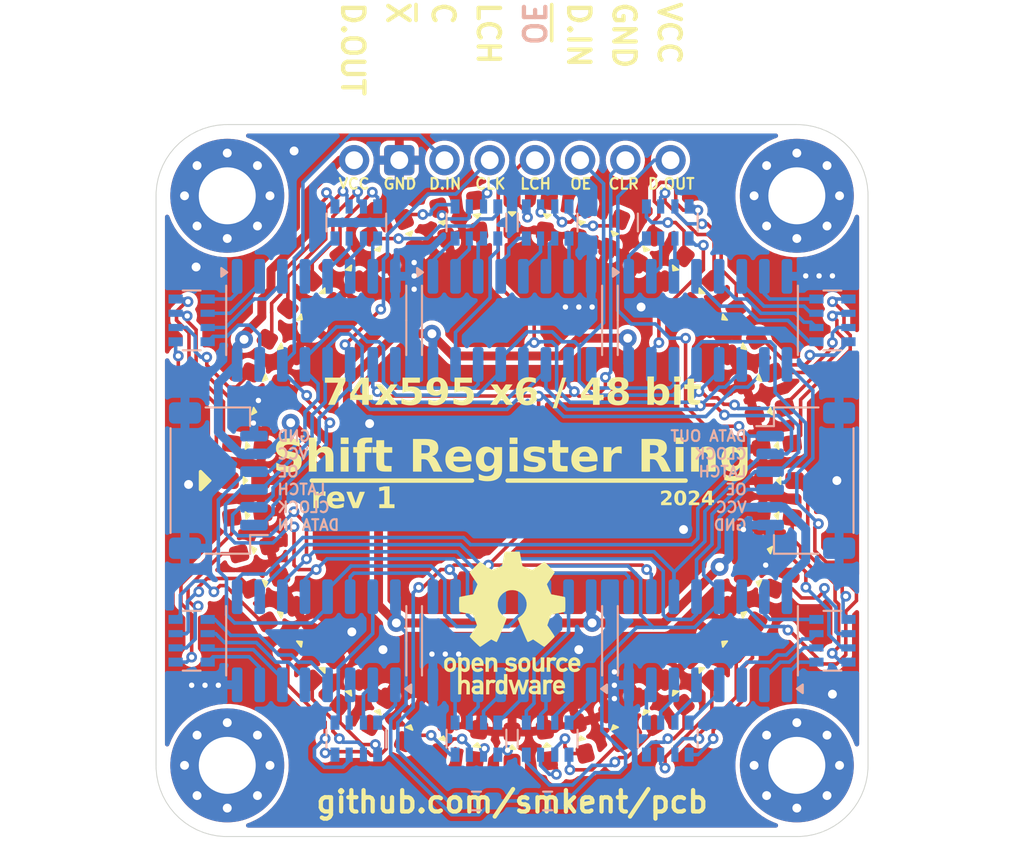
<source format=kicad_pcb>
(kicad_pcb (version 20240108) (generator "pcbnew") (generator_version "8.0")
  (layers (0 "F.Cu" jumper) (31 "B.Cu" signal) (34 "B.Paste" user) (35 "F.Paste" user) (36 "B.SilkS" user "B.Silkscreen") (37 "F.SilkS" user "F.Silkscreen") (38 "B.Mask" user) (39 "F.Mask" user) (44 "Edge.Cuts" user))
  (net 0 "")
  (net 1 "LED4")
  (net 2 "LED3")
  (net 3 "LED1")
  (net 4 "LED2")
  (net 5 "Net-(LED1-A)")
  (net 6 "Net-(LED2-A)")
  (net 7 "Net-(LED3-A)")
  (net 8 "Net-(LED4-A)")
  (net 9 "LED8")
  (net 10 "LED6")
  (net 11 "LED5")
  (net 12 "LED7")
  (net 13 "Net-(LED5-A)")
  (net 14 "Net-(LED6-A)")
  (net 15 "Net-(LED7-A)")
  (net 16 "Net-(LED8-A)")
  (net 17 "GND")
  (net 18 "VCC")
  (net 19 "OE")
  (net 20 "Clock")
  (net 21 "Data")
  (net 22 "Latch")
  (net 23 "Clear")
  (net 24 "Net-(LED9-A)")
  (net 25 "Net-(LED10-A)")
  (net 26 "Net-(LED11-A)")
  (net 27 "Net-(LED12-A)")
  (net 28 "Net-(LED13-A)")
  (net 29 "Net-(LED14-A)")
  (net 30 "Net-(LED15-A)")
  (net 31 "Net-(LED16-A)")
  (net 32 "LED9")
  (net 33 "LED10")
  (net 34 "LED11")
  (net 35 "LED12")
  (net 36 "LED14")
  (net 37 "LED16")
  (net 38 "LED15")
  (net 39 "LED13")
  (net 40 "Data2")
  (net 41 "Data_Out")
  (net 42 "Net-(LED17-A)")
  (net 43 "Net-(LED18-A)")
  (net 44 "Net-(LED19-A)")
  (net 45 "Net-(LED20-A)")
  (net 46 "Net-(LED21-A)")
  (net 47 "Net-(LED22-A)")
  (net 48 "Net-(LED23-A)")
  (net 49 "Net-(LED24-A)")
  (net 50 "Net-(LED25-A)")
  (net 51 "Net-(LED26-A)")
  (net 52 "Net-(LED27-A)")
  (net 53 "Net-(LED28-A)")
  (net 54 "Net-(LED29-A)")
  (net 55 "Net-(LED30-A)")
  (net 56 "Net-(LED31-A)")
  (net 57 "Net-(LED32-A)")
  (net 58 "LED20")
  (net 59 "LED18")
  (net 60 "LED19")
  (net 61 "LED17")
  (net 62 "LED24")
  (net 63 "LED21")
  (net 64 "LED22")
  (net 65 "LED23")
  (net 66 "LED28")
  (net 67 "LED26")
  (net 68 "LED27")
  (net 69 "LED25")
  (net 70 "LED31")
  (net 71 "LED32")
  (net 72 "LED30")
  (net 73 "LED29")
  (net 74 "Data3")
  (net 75 "Data4")
  (net 76 "Net-(LED33-A)")
  (net 77 "Net-(LED34-A)")
  (net 78 "Net-(LED35-A)")
  (net 79 "Net-(LED36-A)")
  (net 80 "Net-(LED37-A)")
  (net 81 "Net-(LED38-A)")
  (net 82 "Net-(LED39-A)")
  (net 83 "Net-(LED40-A)")
  (net 84 "Net-(LED41-A)")
  (net 85 "Net-(LED42-A)")
  (net 86 "Net-(LED43-A)")
  (net 87 "Net-(LED44-A)")
  (net 88 "Net-(LED45-A)")
  (net 89 "Net-(LED46-A)")
  (net 90 "Net-(LED47-A)")
  (net 91 "Net-(LED48-A)")
  (net 92 "LED35")
  (net 93 "LED33")
  (net 94 "LED34")
  (net 95 "LED36")
  (net 96 "LED37")
  (net 97 "LED40")
  (net 98 "LED38")
  (net 99 "LED39")
  (net 100 "LED43")
  (net 101 "LED44")
  (net 102 "LED42")
  (net 103 "LED41")
  (net 104 "LED46")
  (net 105 "LED45")
  (net 106 "LED47")
  (net 107 "LED48")
  (net 108 "Data5")
  (net 109 "Data6")
  (footprint "custom:LED_0603_1608Metric_Pad1.05x0.95mm_HandSolder_simple" (layer "F.Cu") (at 155.128328 96.957895 -172.5)
    (property "Reference" "LED48" (hide yes))
    (property "Value" "LED")
  )
  (footprint "custom:LED_0603_1608Metric_Pad1.05x0.95mm_HandSolder_simple" (layer "F.Cu") (at 179.131422 106.900302 -52.5)
    (property "Reference" "LED32" (hide yes))
    (property "Value" "LED")
  )
  (footprint "custom:LED_0603_1608Metric_Pad1.05x0.95mm_HandSolder_simple" (layer "F.Cu") (at 170 109.999999 -90)
    (property "Reference" "LED37" (hide yes))
    (property "Value" "LED")
  )
  (footprint "custom:LED_0603_1608Metric_Pad1.05x0.95mm_HandSolder_simple" (layer "F.Cu") (at 175.740252 108.858194 -67.5)
    (property "Reference" "LED34" (hide yes))
    (property "Value" "LED")
  )
  (footprint "custom:LED_0603_1608Metric_Pad1.05x0.95mm_HandSolder_simple" (layer "F.Cu") (at 184.871673 93.042107 7.5)
    (property "Reference" "LED24" (hide yes))
    (property "Value" "LED")
  )
  (footprint "custom:LED_0603_1608Metric_Pad1.05x0.95mm_HandSolder_simple" (layer "F.Cu") (at 164.259747 81.141808 112.5)
    (property "Reference" "LED10" (hide yes))
    (property "Value" "LED")
  )
  (footprint "custom:LED_0603_1608Metric_Pad1.05x0.95mm_HandSolder_simple" (layer "F.Cu") (at 180.606601 84.393401 45)
    (property "Reference" "LED19" (hide yes))
    (property "Value" "LED")
  )
  (footprint "custom:LED_0603_1608Metric_Pad1.05x0.95mm_HandSolder_simple" (layer "F.Cu") (at 155.000001 95 180)
    (property "Reference" "LED1" (hide yes))
    (property "Value" "LED")
  )
  (footprint "custom:LED_0603_1608Metric_Pad1.05x0.95mm_HandSolder_simple" (layer "F.Cu") (at 171.957894 109.871674 -82.5)
    (property "Reference" "LED36" (hide yes))
    (property "Value" "LED")
  )
  (footprint "custom:LED_0603_1608Metric_Pad1.05x0.95mm_HandSolder_simple" (layer "F.Cu") (at 159.393399 105.606601 -135)
    (property "Reference" "LED43" (hide yes))
    (property "Value" "LED")
  )
  (footprint "custom:LED_0603_1608Metric_Pad1.05x0.95mm_HandSolder_simple" (layer "F.Cu") (at 155.511112 98.882287 -165)
    (property "Reference" "LED47" (hide yes))
    (property "Value" "LED")
  )
  (footprint "custom:LED_0603_1608Metric_Pad1.05x0.95mm_HandSolder_simple" (layer "F.Cu") (at 158.099699 85.86858 142.5)
    (property "Reference" "LED6" (hide yes))
    (property "Value" "LED")
  )
  (footprint "custom:LED_0603_1608Metric_Pad1.05x0.95mm_HandSolder_simple" (layer "F.Cu") (at 183.858193 100.740252 -22.5)
    (property "Reference" "LED28" (hide yes))
    (property "Value" "LED")
  )
  (footprint "custom:LED_0603_1608Metric_Pad1.05x0.95mm_HandSolder_simple" (layer "F.Cu") (at 160.868577 83.099701 127.5)
    (property "Reference" "LED8" (hide yes))
    (property "Value" "LED")
  )
  (footprint "custom:LED_0603_1608Metric_Pad1.05x0.95mm_HandSolder_simple" (layer "F.Cu") (at 162.5 82.00962 120)
    (property "Reference" "LED9" (hide yes))
    (property "Value" "LED")
  )
  (footprint "custom:LED_0603_1608Metric_Pad1.05x0.95mm_HandSolder_simple" (layer "F.Cu") (at 177.5 107.990383 -60)
    (property "Reference" "LED33" (hide yes))
    (property "Value" "LED")
  )
  (footprint "custom:LED_0603_1608Metric_Pad1.05x0.95mm_HandSolder_simple" (layer "F.Cu") (at 155.128328 93.042109 172.5)
    (property "Reference" "LED2" (hide yes))
    (property "Value" "LED")
  )
  (footprint "custom:LED_0603_1608Metric_Pad1.05x0.95mm_HandSolder_simple" (layer "F.Cu") (at 175.740252 81.14181 67.5)
    (property "Reference" "LED16" (hide yes))
    (property "Value" "LED")
  )
  (footprint "MountingHole:MountingHole_3.2mm_M3_Pad_Via" (layer "F.Cu") (at 154 79)
    (property "Reference" "REF**" (hide yes))
    (property "Value" "MountingHole_3.2mm_M3_Pad_Via")
  )
  (footprint "custom:LED_0603_1608Metric_Pad1.05x0.95mm_HandSolder_simple" (layer "F.Cu") (at 177.5 82.009619 60)
    (property "Reference" "LED17" (hide yes))
    (property "Value" "LED")
  )
  (footprint "custom:LED_0603_1608Metric_Pad1.05x0.95mm_HandSolder_simple" (layer "F.Cu") (at 158.0997 104.131424 -142.5)
    (property "Reference" "LED44" (hide yes))
    (property "Value" "LED")
  )
  (footprint "custom:LED_0603_1608Metric_Pad1.05x0.95mm_HandSolder_simple" (layer "F.Cu") (at 164.259749 108.858194 -112.5)
    (property "Reference" "LED40" (hide yes))
    (property "Value" "LED")
  )
  (footprint "custom:LED_0603_1608Metric_Pad1.05x0.95mm_HandSolder_simple" (layer "F.Cu") (at 181.9003 85.868579 37.5)
    (property "Reference" "LED20" (hide yes))
    (property "Value" "LED")
  )
  (footprint "custom:LED_0603_1608Metric_Pad1.05x0.95mm_HandSolder_simple" (layer "F.Cu") (at 155.511112 91.117714 165)
    (property "Reference" "LED3" (hide yes))
    (property "Value" "LED")
  )
  (footprint "custom:LED_0603_1608Metric_Pad1.05x0.95mm_HandSolder_simple" (layer "F.Cu") (at 183.858194 89.259748 22.5)
    (property "Reference" "LED22" (hide yes))
    (property "Value" "LED")
  )
  (footprint "custom:LED_0603_1608Metric_Pad1.05x0.95mm_HandSolder_simple" (layer "F.Cu") (at 168.042108 109.871674 -97.5)
    (property "Reference" "LED38" (hide yes))
    (property "Value" "LED")
  )
  (footprint "custom:LED_0603_1608Metric_Pad1.05x0.95mm_HandSolder_simple" (layer "F.Cu") (at 168.042109 80.128328 97.5)
    (property "Reference" "LED12" (hide yes))
    (property "Value" "LED")
  )
  (footprint "MountingHole:MountingHole_3.2mm_M3_Pad_Via" (layer "F.Cu") (at 154 111)
    (property "Reference" "REF**" (hide yes))
    (property "Value" "MountingHole_3.2mm_M3_Pad_Via")
  )
  (footprint "custom:LED_0603_1608Metric_Pad1.05x0.95mm_HandSolder_simple" (layer "F.Cu") (at 159.3934 84.393401 135)
    (property "Reference" "LED7" (hide yes))
    (property "Value" "LED")
  )
  (footprint "custom:LED_0603_1608Metric_Pad1.05x0.95mm_HandSolder_simple" (layer "F.Cu") (at 166.117714 80.511112 105)
    (property "Reference" "LED11" (hide yes))
    (property "Value" "LED")
  )
  (footprint "custom:LED_0603_1608Metric_Pad1.05x0.95mm_HandSolder_simple" (layer "F.Cu") (at 184.488888 91.117716 15)
    (property "Reference" "LED23" (hide yes))
    (property "Value" "LED")
  )
  (footprint "custom:LED_0603_1608Metric_Pad1.05x0.95mm_HandSolder_simple" (layer "F.Cu") (at 171.957892 80.128329 82.5)
    (property "Reference" "LED14" (hide yes))
    (property "Value" "LED")
  )
  (footprint "Symbol:OSHW-Logo_7.5x8mm_SilkScreen" (layer "F.Cu") (at 170 103)
    (property "Reference" "REF**" (hide yes))
    (property "Value" "OSHW-Logo_7.5x8mm_SilkScreen" (hide yes))
  )
  (footprint "custom:LED_0603_1608Metric_Pad1.05x0.95mm_HandSolder_simple" (layer "F.Cu") (at 160.868578 106.900303 -127.5)
    (property "Reference" "LED42" (hide yes))
    (property "Value" "LED")
  )
  (footprint "MountingHole:MountingHole_3.2mm_M3_Pad_Via" (layer "F.Cu") (at 186 79)
    (property "Reference" "REF**" (hide yes))
    (property "Value" "MountingHole_3.2mm_M3_Pad_Via")
  )
  (footprint "custom:LED_0603_1608Metric_Pad1.05x0.95mm_HandSolder_simple" (layer "F.Cu") (at 166.117715 109.488888 -105)
    (property "Reference" "LED39" (hide yes))
    (property "Value" "LED")
  )
  (footprint "custom:LED_0603_1608Metric_Pad1.05x0.95mm_HandSolder_simple" (layer "F.Cu") (at 182.990382 87.5 30)
    (property "Reference" "LED21" (hide yes))
    (property "Value" "LED")
  )
  (footprint "custom:LED_0603_1608Metric_Pad1.05x0.95mm_HandSolder_simple" (layer "F.Cu") (at 157.009618 102.5 -150)
    (property "Reference" "LED45" (hide yes))
    (property "Value" "LED")
  )
  (footprint "custom:LED_0603_1608Metric_Pad1.05x0.95mm_HandSolder_simple" (layer "F.Cu") (at 156.141808 89.259751 157.5)
    (property "Reference" "LED4" (hide yes))
    (property "Value" "LED")
  )
  (footprint "custom:LED_0603_1608Metric_Pad1.05x0.95mm_HandSolder_simple" (layer "F.Cu") (at 170.000001 80.000001 90)
    (property "Reference" "LED13" (hide yes))
    (property "Value" "LED")
  )
  (footprint "custom:LED_0603_1608Metric_Pad1.05x0.95mm_HandSolder_simple" (layer "F.Cu") (at 181.900301 104.131423 -37.5)
    (property "Reference" "LED30" (hide yes))
    (property "Value" "LED")
  )
  (footprint "custom:LED_0603_1608Metric_Pad1.05x0.95mm_HandSolder_simple" (layer "F.Cu") (at 162.500002 107.990383 -120)
    (property "Reference" "LED41" (hide yes))
    (property "Value" "LED")
  )
  (footprint "custom:LED_0603_1608Metric_Pad1.05x0.95mm_HandSolder_simple" (layer "F.Cu") (at 157.009619 87.500002 150)
    (property "Reference" "LED5" (hide yes))
    (property "Value" "LED")
  )
  (footprint "custom:LED_0603_1608Metric_Pad1.05x0.95mm_HandSolder_simple" (layer "F.Cu") (at 179.131421 83.0997 52.5)
    (property "Reference" "LED18" (hide yes))
    (property "Value" "LED")
  )
  (footprint "custom:LED_0603_1608Metric_Pad1.05x0.95mm_HandSolder_simple" (layer "F.Cu") (at 156.141808 100.740252 -157.5)
    (property "Reference" "LED46" (hide yes))
    (property "Value" "LED")
  )
  (footprint "custom:LED_0603_1608Metric_Pad1.05x0.95mm_HandSolder_simple" (layer "F.Cu") (at 182.990382 102.500001 -30)
    (property "Reference" "LED29" (hide yes))
    (property "Value" "LED")
  )
  (footprint "custom:LED_0603_1608Metric_Pad1.05x0.95mm_HandSolder_simple" (layer "F.Cu") (at 173.882285 80.511115 75)
    (property "Reference" "LED15" (hide yes))
    (property "Value" "LED")
  )
  (footprint "custom:LED_0603_1608Metric_Pad1.05x0.95mm_HandSolder_simple" (layer "F.Cu") (at 185 95.000001)
    (property "Reference" "LED25" (hide yes))
    (property "Value" "LED")
  )
  (footprint "custom:LED_0603_1608Metric_Pad1.05x0.95mm_HandSolder_simple" (layer "F.Cu") (at 173.882285 109.488887 -75)
    (property "Reference" "LED35" (hide yes))
    (property "Value" "LED")
  )
  (footprint "custom:LED_0603_1608Metric_Pad1.05x0.95mm_HandSolder_simple" (layer "F.Cu") (at 184.488887 98.882284 -15)
    (property "Reference" "LED27" (hide yes))
    (property "Value" "LED")
  )
  (footprint "custom:LED_0603_1608Metric_Pad1.05x0.95mm_HandSolder_simple" (layer "F.Cu") (at 180.606601 105.606603 -45)
    (property "Reference" "LED31" (hide yes))
    (property "Value" "LED")
  )
  (footprint "custom:LED_0603_1608Metric_Pad1.05x0.95mm_HandSolder_simple" (layer "F.Cu") (at 184.871673 96.957893 -7.5)
    (property "Reference" "LED26" (hide yes))
    (property "Value" "LED")
  )
  (footprint "MountingHole:MountingHole_3.2mm_M3_Pad_Via" (layer "F.Cu") (at 186 111)
    (property "Reference" "REF**" (hide yes))
    (property "Value" "MountingHole_3.2mm_M3_Pad_Via")
  )
  (footprint "Package_SO:SOIC-16_3.9x9.9mm_P1.27mm" (layer "B.Cu") (at 170 104 90)
    (property "Reference" "U5" (hide yes))
    (property "Value" "74HC595")
  )
  (footprint "Resistor_SMD:R_Array_Convex_4x0603" (layer "B.Cu") (at 168 109.5 90)
    (property "Reference" "RN10" (hide yes))
    (property "Value" "10K")
  )
  (footprint "Resistor_SMD:R_Array_Convex_4x0603" (layer "B.Cu") (at 172 80.5 -90)
    (property "Reference" "RN4" (hide yes))
    (property "Value" "10K")
  )
  (footprint "Resistor_SMD:R_Array_Convex_4x0603" (layer "B.Cu") (at 168 80.5 -90)
    (property "Reference" "RN3" (hide yes))
    (property "Value" "10K")
  )
  (footprint "Resistor_SMD:R_Array_Convex_4x0603" (layer "B.Cu") (at 161.25 80.5 -90)
    (property "Reference" "RN2" (hide yes))
    (property "Value" "10K")
  )
  (footprint "Package_SO:SOIC-16_3.9x9.9mm_P1.27mm" (layer "B.Cu") (at 170 86 -90)
    (property "Reference" "U2" (hide yes))
    (property "Value" "74HC595")
  )
  (footprint "custom:JST_SH_SM06B-SRSS-TB_1x06-1MP_P1.00mm_Horizontal" (layer "B.Cu") (at 186.5 95 -90)
    (property "Reference" "J3")
    (property "Value" "JST SH")
  )
  (footprint "Package_SO:SOIC-16_3.9x9.9mm_P1.27mm" (layer "B.Cu") (at 159 104 90)
    (property "Reference" "U6" (hide yes))
    (property "Value" "74HC595")
  )
  (footprint "Resistor_SMD:R_Array_Convex_4x0603" (layer "B.Cu") (at 178.75 109.5 90)
    (property "Reference" "RN8" (hide yes))
    (property "Value" "10K")
  )
  (footprint "Resistor_SMD:R_Array_Convex_4x0603" (layer "B.Cu") (at 188 104 180)
    (property "Reference" "RN7" (hide yes))
    (property "Value" "10K")
  )
  (footprint "Resistor_SMD:R_Array_Convex_4x0603" (layer "B.Cu") (at 172 109.5 90)
    (property "Reference" "RN9" (hide yes))
    (property "Value" "10K")
  )
  (footprint "Package_SO:SOIC-16_3.9x9.9mm_P1.27mm" (layer "B.Cu") (at 181 86 -90)
    (property "Reference" "U3" (hide yes))
    (property "Value" "74HC595")
  )
  (footprint "Resistor_SMD:R_Array_Convex_4x0603" (layer "B.Cu") (at 152 86)
    (property "Reference" "RN1" (hide yes))
    (property "Value" "10K")
  )
  (footprint "custom:JST_SH_SM06B-SRSS-TB_1x06-1MP_P1.00mm_Horizontal" (layer "B.Cu") (at 153.5 95 90)
    (property "Reference" "J2")
    (property "Value" "JST SH")
  )
  (footprint "Resistor_SMD:R_0603_1608Metric_Pad0.98x0.95mm_HandSolder" (layer "B.Cu") (at 168 113 180)
    (property "Reference" "R1" (hide yes))
    (property "Value" "10K")
  )
  (footprint "Resistor_SMD:R_0603_1608Metric_Pad0.98x0.95mm_HandSolder" (layer "B.Cu") (at 172 113)
    (property "Reference" "R2" (hide yes))
    (property "Value" "10K")
  )
  (footprint "Resistor_SMD:R_Array_Convex_4x0603" (layer "B.Cu") (at 188 86 180)
    (property "Reference" "RN6" (hide yes))
    (property "Value" "10K")
  )
  (footprint "Resistor_SMD:R_Array_Convex_4x0603" (layer "B.Cu") (at 178.75 80.5 -90)
    (property "Reference" "RN5" (hide yes))
    (property "Value" "10K")
  )
  (footprint "custom:PinHeader_1x08_P2.54mm_Vertical_simple_pad2gnd" (layer "B.Cu") (at 161.125 77 -90)
    (property "Reference" "J0" (hide yes))
    (property "Value" "Pin Headers")
  )
  (footprint "Resistor_SMD:R_Array_Convex_4x0603" (layer "B.Cu") (at 161.25 109.5 90)
    (property "Reference" "RN11" (hide yes))
    (property "Value" "10K")
  )
  (footprint "Package_SO:SOIC-16_3.9x9.9mm_P1.27mm" (layer "B.Cu") (at 181 104 90)
    (property "Reference" "U4" (hide yes))
    (property "Value" "74HC595")
  )
  (footprint "Resistor_SMD:R_Array_Convex_4x0603" (layer "B.Cu") (at 152 104)
    (property "Reference" "RN12" (hide yes))
    (property "Value" "10K")
  )
  (footprint "Package_SO:SOIC-16_3.9x9.9mm_P1.27mm" (layer "B.Cu") (at 159 86 -90)
    (property "Reference" "U1" (hide yes))
    (property "Value" "74HC595")
  )
  (gr_line (start 158.75 95) (end 167.75 95) (stroke (width 0.25)) (layer "F.SilkS"))
  (gr_line (start 169.75 95) (end 179.75 95) (stroke (width 0.25)) (layer "F.SilkS"))
  (gr_line (start 164.606 68.254) (end 164.606 69.143) (stroke (width 0.2)) (layer "F.SilkS"))
  (gr_poly (pts (xy 153 95) (xy 152.5 94.5) (xy 152.5 95.5)) (stroke (width 0.2)) (fill solid) (layer "F.SilkS"))
  (gr_line (start 172.226 68.254) (end 172.226 70.286) (stroke (width 0.2)) (layer "F.SilkS"))
  (gr_poly (pts (xy 154 75) (xy 153.80361 75.002394) (xy 153.412722 75.040893) (xy 153.02749 75.117521) (xy 152.651623 75.231539) (xy 152.288742 75.381849) (xy 151.942341 75.567004) (xy 151.615757 75.78522) (xy 151.312134 76.034397) (xy 151.034397 76.312134) (xy 150.78522 76.615757) (xy 150.567004 76.942341) (xy 150.381849 77.288742) (xy 150.231539 77.651623) (xy 150.117521 78.02749) (xy 150.040893 78.412722) (xy 150.002394 78.80361) (xy 150 79) (xy 150 89) (xy 150 101) (xy 150 111) (xy 150.002394 111.19639) (xy 150.040893 111.587278) (xy 150.117521 111.97251) (xy 150.231539 112.348377) (xy 150.381849 112.711258) (xy 150.567004 113.057659) (xy 150.78522 113.384243) (xy 151.034397 113.687866) (xy 151.312134 113.965603) (xy 151.615757 114.21478) (xy 151.942341 114.432996) (xy 152.288742 114.618151) (xy 152.651623 114.768461) (xy 153.02749 114.882479) (xy 153.412722 114.959107) (xy 153.80361 114.997606) (xy 154 115) (xy 186 115) (xy 186.19639 114.997606) (xy 186.587278 114.959107) (xy 186.97251 114.882479) (xy 187.348377 114.768461) (xy 187.711258 114.618151) (xy 188.057659 114.432996) (xy 188.384243 114.21478) (xy 188.687866 113.965603) (xy 188.965603 113.687866) (xy 189.21478 113.384243) (xy 189.432996 113.057659) (xy 189.618151 112.711258) (xy 189.768461 112.348377) (xy 189.882479 111.97251) (xy 189.959107 111.587278) (xy 189.997606 111.19639) (xy 190 111) (xy 190 101) (xy 190 89) (xy 190 79) (xy 189.997606 78.80361) (xy 189.959107 78.412722) (xy 189.882479 78.02749) (xy 189.768461 77.651623) (xy 189.618151 77.288742) (xy 189.432996 76.942341) (xy 189.21478 76.615757) (xy 188.965603 76.312134) (xy 188.687866 76.034397) (xy 188.384243 75.78522) (xy 188.057659 75.567004) (xy 187.711258 75.381849) (xy 187.348377 75.231539) (xy 186.97251 75.117521) (xy 186.587278 75.040893) (xy 186.19639 75.002394) (xy 186 75)) (stroke (width 0.05)) (fill none) (layer "Edge.Cuts"))
  (gr_text "GND" (at 156.75 92.5 0) (layer "B.SilkS") (effects (font (size 0.6 0.6) (thickness 0.12) (bold yes)) (justify right mirror)))
  (gr_text "DATA OUT" (at 183.25 92.5 0) (layer "B.SilkS") (effects (font (size 0.6 0.6) (thickness 0.12) (bold yes)) (justify left mirror)))
  (gr_text "OE" (at 183.25 95.5 0) (layer "B.SilkS") (effects (font (size 0.6 0.6) (thickness 0.12) (bold yes)) (justify left mirror)))
  (gr_text "LATCH" (at 156.75 95.5 0) (layer "B.SilkS") (effects (font (size 0.6 0.6) (thickness 0.12) (bold yes)) (justify right mirror)))
  (gr_text "VCC" (at 183.25 96.5 0) (layer "B.SilkS") (effects (font (size 0.6 0.6) (thickness 0.12) (bold yes)) (justify left mirror)))
  (gr_text "CLOCK" (at 156.75 96.5 0) (layer "B.SilkS") (effects (font (size 0.6 0.6) (thickness 0.12) (bold yes)) (justify right mirror)))
  (gr_text "OE" (at 171.21 68 -90) (layer "B.SilkS") (effects (font (size 1.2 1.2) (thickness 0.24) (bold yes)) (justify right mirror)))
  (gr_text "CLOCK" (at 183.25 93.5 0) (layer "B.SilkS") (effects (font (size 0.6 0.6) (thickness 0.12) (bold yes)) (justify left mirror)))
  (gr_text "VCC" (at 156.75 93.5 0) (layer "B.SilkS") (effects (font (size 0.6 0.6) (thickness 0.12) (bold yes)) (justify right mirror)))
  (gr_text "GND" (at 183.25 97.5 0) (layer "B.SilkS") (effects (font (size 0.6 0.6) (thickness 0.12) (bold yes)) (justify left mirror)))
  (gr_text "DATA IN" (at 156.75 97.5 0) (layer "B.SilkS") (effects (font (size 0.6 0.6) (thickness 0.12) (bold yes)) (justify right mirror)))
  (gr_text "OE" (at 156.75 94.5 0) (layer "B.SilkS") (effects (font (size 0.6 0.6) (thickness 0.12) (bold yes)) (justify right mirror)))
  (gr_text "LATCH" (at 183.25 94.5 0) (layer "B.SilkS") (effects (font (size 0.6 0.6) (thickness 0.12) (bold yes)) (justify left mirror)))
  (gr_text "GND" (at 163.703 77.978 0) (layer "F.SilkS") (effects (font (size 0.6 0.6) (thickness 0.12) (bold yes)) (justify top)))
  (gr_text "Shift Register Ring" (at 170 93.75 0) (layer "F.SilkS") (effects (font (size 1.8 1.8) (thickness 0.3) (bold yes))))
  (gr_text "2024" (at 181.4 96.05 -0) (layer "F.SilkS") (effects (font (size 0.8 0.8) (thickness 0.24) (bold yes)) (justify right)))
  (gr_text "D.IN" (at 166.243 77.978 0) (layer "F.SilkS") (effects (font (size 0.6 0.6) (thickness 0.12) (bold yes)) (justify top)))
  (gr_text "VCC" (at 178.83 68 -90) (layer "F.SilkS") (effects (font (size 1.2 1.2) (thickness 0.24) (bold yes)) (justify left)))
  (gr_text "X" (at 163.59 68 -90) (layer "F.SilkS") (effects (font (size 1.2 1.2) (thickness 0.24) (bold yes)) (justify left)))
  (gr_text "LCH" (at 168.670002 68 -90) (layer "F.SilkS") (effects (font (size 1.2 1.2) (thickness 0.24) (bold yes)) (justify left)))
  (gr_text "OE" (at 173.863 77.978 0) (layer "F.SilkS") (effects (font (size 0.6 0.6) (thickness 0.12) (bold yes)) (justify top)))
  (gr_text "74x595 x6 / 48 bit" (at 170 91 0) (layer "F.SilkS") (effects (font (size 1.5 1.5) (thickness 0.3) (bold yes)) (justify bottom)))
  (gr_text "rev 1" (at 158.7 96.05 -0) (layer "F.SilkS") (effects (font (size 1.2 1.2) (thickness 0.24) (bold yes)) (justify left)))
  (gr_text "D.IN" (at 173.75 68 -90) (layer "F.SilkS") (effects (font (size 1.2 1.2) (thickness 0.24) (bold yes)) (justify left)))
  (gr_text "LCH" (at 171.323 77.978 0) (layer "F.SilkS") (effects (font (size 0.6 0.6) (thickness 0.12) (bold yes)) (justify top)))
  (gr_text "VCC" (at 161.125 77.978 0) (layer "F.SilkS") (effects (font (size 0.6 0.6) (thickness 0.12) (bold yes)) (justify top)))
  (gr_text "C" (at 166.13 68 -90) (layer "F.SilkS") (effects (font (size 1.2 1.2) (thickness 0.24) (bold yes)) (justify left)))
  (gr_text "CLK" (at 168.783 77.978 0) (layer "F.SilkS") (effects (font (size 0.6 0.6) (thickness 0.12) (bold yes)) (justify top)))
  (gr_text "CLR" (at 176.276 77.978 0) (layer "F.SilkS") (effects (font (size 0.6 0.6) (thickness 0.12) (bold yes)) (justify top)))
  (gr_text "GND" (at 176.29 68 -90) (layer "F.SilkS") (effects (font (size 1.2 1.2) (thickness 0.24) (bold yes)) (justify left)))
  (gr_text "D.OUT" (at 178.943 77.978 0) (layer "F.SilkS") (effects (font (size 0.6 0.6) (thickness 0.12) (bold yes)) (justify top)))
  (gr_text "D.OUT" (at 161.05 68 -90) (layer "F.SilkS") (effects (font (size 1.2 1.2) (thickness 0.24) (bold yes)) (justify left)))
  (gr_text "github.com/smkent/pcb" (at 170 113.75 0) (layer "F.SilkS") (effects (font (size 1.2 1.2) (thickness 0.24) (bold yes)) (justify bottom)))
  (segment (start 157.095 83.870552) (end 157.095 83.525) (width 0.2) (layer "B.Cu") (net 1))
  (segment (start 152.9 86.399999) (end 153.915687 86.399999) (width 0.2) (layer "B.Cu") (net 1))
  (segment (start 156.165552 84.8) (end 157.095 83.870552) (width 0.2) (layer "B.Cu") (net 1))
  (segment (start 153.915687 86.399999) (end 155.515686 84.8) (width 0.2) (layer "B.Cu") (net 1))
  (segment (start 155.515686 84.8) (end 156.165552 84.8) (width 0.2) (layer "B.Cu") (net 1))
  (segment (start 155.825 83.925) (end 155.825 83.525) (width 0.2) (layer "B.Cu") (net 2))
  (segment (start 152.9 85.600001) (end 154.149999 85.600001) (width 0.2) (layer "B.Cu") (net 2))
  (segment (start 154.149999 85.600001) (end 155.825 83.925) (width 0.2) (layer "B.Cu") (net 2))
  (segment (start 154.613093 86.268279) (end 155.275835 86.268279) (width 0.2) (layer "B.Cu") (net 3))
  (segment (start 155.825 86.817444) (end 155.825 88.475) (width 0.2) (layer "B.Cu") (net 3))
  (segment (start 155.275835 86.268279) (end 155.825 86.817444) (width 0.2) (layer "B.Cu") (net 3))
  (segment (start 153.200001 86.899999) (end 153.981373 86.899999) (width 0.2) (layer "B.Cu") (net 3))
  (segment (start 153.981373 86.899999) (end 154.613093 86.268279) (width 0.2) (layer "B.Cu") (net 3))
  (segment (start 152.9 87.2) (end 153.200001 86.899999) (width 0.2) (layer "B.Cu") (net 3))
  (segment (start 152.9 84.8) (end 154.2 84.8) (width 0.2) (layer "B.Cu") (net 4))
  (segment (start 154.2 84.8) (end 154.555 84.445) (width 0.2) (layer "B.Cu") (net 4))
  (segment (start 154.555 84.445) (end 154.555 83.525) (width 0.2) (layer "B.Cu") (net 4))
  (segment (start 151.25 88.606692) (end 153.386673 90.743365) (width 0.2) (layer "F.Cu") (net 5))
  (segment (start 151.25 88) (end 151.25 88.606692) (width 0.2) (layer "F.Cu") (net 5))
  (segment (start 153.386673 90.743365) (end 153.386673 94.261672) (width 0.2) (layer "F.Cu") (net 5))
  (segment (start 153.386673 94.261672) (end 154.125001 95) (width 0.2) (layer "F.Cu") (net 5))
  (via (at 151.25 88) (size 0.6) (drill 0.3) (layers "F.Cu" "B.Cu") (net 5))
  (segment (start 151.1 87.2) (end 151.1 87.85) (width 0.2) (layer "B.Cu") (net 5))
  (segment (start 151.1 87.85) (end 151.25 88) (width 0.2) (layer "B.Cu") (net 5))
  (segment (start 151.85 88.641006) (end 153.786673 90.577679) (width 0.2) (layer "F.Cu") (net 6))
  (segment (start 151.700324 84.951147) (end 151.15 85.501471) (width 0.2) (layer "F.Cu") (net 6))
  (segment (start 153.786673 92.453757) (end 154.260814 92.927898) (width 0.2) (layer "F.Cu") (net 6))
  (segment (start 151.85 86.698529) (end 151.85 88.641006) (width 0.2) (layer "F.Cu") (net 6))
  (segment (start 153.786673 90.577679) (end 153.786673 92.453757) (width 0.2) (layer "F.Cu") (net 6))
  (segment (start 151.15 85.998529) (end 151.85 86.698529) (width 0.2) (layer "F.Cu") (net 6))
  (segment (start 151.15 85.501471) (end 151.15 85.998529) (width 0.2) (layer "F.Cu") (net 6))
  (segment (start 151.792871 84.951147) (end 151.700324 84.951147) (width 0.2) (layer "F.Cu") (net 6))
  (via (at 151.792871 84.951147) (size 0.6) (drill 0.3) (layers "F.Cu" "B.Cu") (net 6))
  (segment (start 151.641724 84.8) (end 151.792871 84.951147) (width 0.2) (layer "B.Cu") (net 6))
  (segment (start 151.1 84.8) (end 151.641724 84.8) (width 0.2) (layer "B.Cu") (net 6))
  (segment (start 152.25 86.532843) (end 152.25 88.47532) (width 0.2) (layer "F.Cu") (net 7))
  (segment (start 152.25 88.47532) (end 154.665927 90.891247) (width 0.2) (layer "F.Cu") (net 7))
  (segment (start 151.75 86.032843) (end 152.25 86.532843) (width 0.2) (layer "F.Cu") (net 7))
  (segment (start 151.75 85.75) (end 151.75 86.032843) (width 0.2) (layer "F.Cu") (net 7))
  (via (at 151.75 85.75) (size 0.6) (drill 0.3) (layers "F.Cu" "B.Cu") (net 7))
  (segment (start 151.1 85.600001) (end 151.600001 85.600001) (width 0.2) (layer "B.Cu") (net 7))
  (segment (start 151.600001 85.600001) (end 151.75 85.75) (width 0.2) (layer "B.Cu") (net 7))
  (segment (start 154.090366 89.75) (end 154.508316 89.75) (width 0.2) (layer "F.Cu") (net 8))
  (segment (start 154.508316 89.75) (end 155.333413 88.924903) (width 0.2) (layer "F.Cu") (net 8))
  (segment (start 152.85 88.509634) (end 154.090366 89.75) (width 0.2) (layer "F.Cu") (net 8))
  (segment (start 152.85 88.063395) (end 152.85 88.509634) (width 0.2) (layer "F.Cu") (net 8))
  (via (at 152.85 88.063395) (size 0.6) (drill 0.3) (layers "F.Cu" "B.Cu") (net 8))
  (segment (start 152.2 86.899999) (end 152.2 87.75) (width 0.2) (layer "B.Cu") (net 8))
  (segment (start 151.1 86.399999) (end 151.7 86.399999) (width 0.2) (layer "B.Cu") (net 8))
  (segment (start 151.7 86.399999) (end 152.2 86.899999) (width 0.2) (layer "B.Cu") (net 8))
  (segment (start 152.2 87.75) (end 152.513395 88.063395) (width 0.2) (layer "B.Cu") (net 8))
  (segment (start 152.513395 88.063395) (end 152.85 88.063395) (width 0.2) (layer "B.Cu") (net 8))
  (segment (start 162.175 81.675) (end 162.175 83.525) (width 0.2) (layer "B.Cu") (net 9))
  (segment (start 162.45 81.4) (end 162.175 81.675) (width 0.2) (layer "B.Cu") (net 9))
  (segment (start 160.85 81.400001) (end 160.85 81.964448) (width 0.2) (layer "B.Cu") (net 10))
  (segment (start 159.635 83.179448) (end 159.635 83.525) (width 0.2) (layer "B.Cu") (net 10))
  (segment (start 160.85 81.964448) (end 159.635 83.179448) (width 0.2) (layer "B.Cu") (net 10))
  (segment (start 160.05 81.4) (end 158.365 83.085) (width 0.2) (layer "B.Cu") (net 11))
  (segment (start 158.365 83.085) (end 158.365 83.525) (width 0.2) (layer "B.Cu") (net 11))
  (segment (start 160.905 82.550001) (end 161.65 81.805001) (width 0.2) (layer "B.Cu") (net 12))
  (segment (start 160.905 83.525) (end 160.905 82.550001) (width 0.2) (layer "B.Cu") (net 12))
  (segment (start 161.65 81.805001) (end 161.65 81.400001) (width 0.2) (layer "B.Cu") (net 12))
  (segment (start 157.005515 83.396008) (end 157.005515 84.527381) (width 0.2) (layer "F.Cu") (net 13))
  (segment (start 156.492764 85.570822) (end 156.5 85.578058) (width 0.2) (layer "F.Cu") (net 13))
  (segment (start 157.005515 84.527381) (end 156.492764 85.040132) (width 0.2) (layer "F.Cu") (net 13))
  (segment (start 159.135911 81.265612) (end 157.005515 83.396008) (width 0.2) (layer "F.Cu") (net 13))
  (segment (start 159.573816 79.10666) (end 159.135911 79.544565) (width 0.2) (layer "F.Cu") (net 13))
  (segment (start 156.5 86.814349) (end 156.251847 87.062502) (width 0.2) (layer "F.Cu") (net 13))
  (segment (start 156.492764 85.040132) (end 156.492764 85.570822) (width 0.2) (layer "F.Cu") (net 13))
  (segment (start 159.573816 78.823816) (end 159.573816 79.10666) (width 0.2) (layer "F.Cu") (net 13))
  (segment (start 156.5 85.578058) (end 156.5 86.814349) (width 0.2) (layer "F.Cu") (net 13))
  (segment (start 159.135911 79.544565) (end 159.135911 81.265612) (width 0.2) (layer "F.Cu") (net 13))
  (via (at 159.573816 78.823816) (size 0.6) (drill 0.3) (layers "F.Cu" "B.Cu") (net 13))
  (segment (start 160.05 79.6) (end 160.05 79.3) (width 0.2) (layer "B.Cu") (net 13))
  (segment (start 160.05 79.3) (end 159.573816 78.823816) (width 0.2) (layer "B.Cu") (net 13))
  (segment (start 160.50307 78.743092) (end 159.535911 79.710251) (width 0.2) (layer "F.Cu") (net 14))
  (segment (start 159.535911 81.431298) (end 157.405515 83.561694) (width 0.2) (layer "F.Cu") (net 14))
  (segment (start 159.535911 79.710251) (end 159.535911 81.431298) (width 0.2) (layer "F.Cu") (net 14))
  (segment (start 157.405515 83.561694) (end 157.405515 85.335914) (width 0.2) (layer "F.Cu") (net 14))
  (via (at 160.50307 78.743092) (size 0.6) (drill 0.3) (layers "F.Cu" "B.Cu") (net 14))
  (segment (start 160.725737 78.965759) (end 160.50307 78.743092) (width 0.2) (layer "B.Cu") (net 14))
  (segment (start 160.725737 79.475736) (end 160.725737 78.965759) (width 0.2) (layer "B.Cu") (net 14))
  (segment (start 160.85 79.599999) (end 160.725737 79.475736) (width 0.2) (layer "B.Cu") (net 14))
  (segment (start 161.325737 78.775734) (end 159.935911 80.16556) (width 0.2) (layer "F.Cu") (net 15))
  (segment (start 159.935911 81.596984) (end 158.774682 82.758213) (width 0.2) (layer "F.Cu") (net 15))
  (segment (start 159.935911 80.16556) (end 159.935911 81.596984) (width 0.2) (layer "F.Cu") (net 15))
  (segment (start 158.774682 82.758213) (end 158.774682 83.774683) (width 0.2) (layer "F.Cu") (net 15))
  (via (at 161.325737 78.775734) (size 0.6) (drill 0.3) (layers "F.Cu" "B.Cu") (net 15))
  (segment (start 161.65 79.599999) (end 161.35 79.299999) (width 0.2) (layer "B.Cu") (net 15))
  (segment (start 161.35 79.299999) (end 161.35 78.799997) (width 0.2) (layer "B.Cu") (net 15))
  (segment (start 161.35 78.799997) (end 161.325737 78.775734) (width 0.2) (layer "B.Cu") (net 15))
  (segment (start 160.335911 80.61409) (end 160.335911 82.405517) (width 0.2) (layer "F.Cu") (net 16))
  (segment (start 162.150002 78.799999) (end 160.335911 80.61409) (width 0.2) (layer "F.Cu") (net 16))
  (via (at 162.150002 78.799999) (size 0.6) (drill 0.3) (layers "F.Cu" "B.Cu") (net 16))
  (segment (start 162.45 79.099997) (end 162.150002 78.799999) (width 0.2) (layer "B.Cu") (net 16))
  (segment (start 162.45 79.6) (end 162.45 79.099997) (width 0.2) (layer "B.Cu") (net 16))
  (via (at 152.75 106.5) (size 0.6) (drill 0.3) (layers "F.Cu" "B.Cu") (net 17))
  (via (at 173 85.25) (size 0.6) (drill 0.3) (layers "F.Cu" "B.Cu") (net 17))
  (via (at 167 104.75) (size 0.6) (drill 0.3) (layers "F.Cu" "B.Cu") (net 17))
  (via (at 175.75 107.25) (size 0.6) (drill 0.3) (layers "F.Cu" "B.Cu") (net 17))
  (via (at 161 103.5) (size 1) (drill 0.5) (layers "F.Cu" "B.Cu") (net 17))
  (via (at 175.75 106.5) (size 0.6) (drill 0.3) (layers "F.Cu" "B.Cu") (net 17))
  (via (at 155.75 90.5) (size 0.6) (drill 0.3) (layers "F.Cu" "B.Cu") (net 17))
  (via (at 186.5 83.5) (size 0.6) (drill 0.3) (layers "F.Cu" "B.Cu") (net 17))
  (via (at 151.826621 95.217629) (size 1) (drill 0.5) (layers "F.Cu" "B.Cu") (net 17))
  (via (at 188.25 95) (size 1) (drill 0.5) (layers "F.Cu" "B.Cu") (net 17))
  (via (at 188 83.5) (size 0.6) (drill 0.3) (layers "F.Cu" "B.Cu") (net 17))
  (via (at 157.754687 76.480626) (size 1) (drill 0.5) (layers "F.Cu" "B.Cu") (net 17))
  (via (at 188 107) (size 1) (drill 0.5) (layers "F.Cu" "B.Cu") (net 17))
  (via (at 173.75 85.25) (size 0.6) (drill 0.3) (layers "F.Cu" "B.Cu") (net 17))
  (via (at 166.25 104.75) (size 0.6) (drill 0.3) (layers "F.Cu" "B.Cu") (net 17))
  (via (at 162.75 104.5) (size 1) (drill 0.5) (layers "F.Cu" "B.Cu") (net 17))
  (via (at 152.25 83) (size 1) (drill 0.5) (layers "F.Cu" "B.Cu") (net 17))
  (via (at 175.75 105.75) (size 0.6) (drill 0.3) (layers "F.Cu" "B.Cu") (net 17))
  (via (at 177.25 85.25) (size 1) (drill 0.5) (layers "F.Cu" "B.Cu") (net 17))
  (via (at 164.5 83.5) (size 0.6) (drill 0.3) (layers "F.Cu" "B.Cu") (net 17))
  (via (at 155.469154 91.768549) (size 0.6) (drill 0.3) (layers "F.Cu" "B.Cu") (net 17))
  (via (at 183 97.75) (size 0.6) (drill 0.3) (layers "F.Cu" "B.Cu") (net 17))
  (via (at 165.5 104.75) (size 0.6) (drill 0.3) (layers "F.Cu" "B.Cu") (net 17))
  (via (at 161.998563 91.799666) (size 1) (drill 0.5) (layers "F.Cu" "B.Cu") (net 17))
  (via (at 179.635 97.75) (size 1) (drill 0.5) (layers "F.Cu" "B.Cu") (net 17))
  (via (at 153.5 106.5) (size 0.6) (drill 0.3) (layers "F.Cu" "B.Cu") (net 17))
  (via (at 173.75 104.5) (size 1) (drill 0.5) (layers "F.Cu" "B.Cu") (net 17))
  (via (at 152 106.5) (size 0.6) (drill 0.3) (layers "F.Cu" "B.Cu") (net 17))
  (via (at 187.25 83.5) (size 0.6) (drill 0.3) (layers "F.Cu" "B.Cu") (net 17))
  (via (at 164.5 82.75) (size 0.6) (drill 0.3) (layers "F.Cu" "B.Cu") (net 17))
  (via (at 164.5 84.25) (size 0.6) (drill 0.3) (layers "F.Cu" "B.Cu") (net 17))
  (via (at 174.5 85.25) (size 0.6) (drill 0.3) (layers "F.Cu" "B.Cu") (net 17))
  (via (at 184.25 99.75) (size 0.6) (drill 0.3) (layers "F.Cu" "B.Cu") (net 17))
  (segment (start 158.585911 81.037794) (end 158.585911 78.75106) (width 0.5) (layer "F.Cu") (net 18))
  (segment (start 154.944464 87.068279) (end 154.944464 86.79694) (width 0.5) (layer "F.Cu") (net 18))
  (segment (start 166.689339 88) (end 172.75 88) (width 0.5) (layer "F.Cu") (net 18))
  (segment (start 174.5 103) (end 163.5 103) (width 0.5) (layer "F.Cu") (net 18))
  (segment (start 163.5 86.75) (end 165.5 86.75) (width 0.5) (layer "F.Cu") (net 18))
  (segment (start 163.5 103) (end 162.5 102) (width 0.5) (layer "F.Cu") (net 18))
  (segment (start 172.75 88) (end 173.75 87) (width 0.5) (layer "F.Cu") (net 18))
  (segment (start 160.336971 77) (end 161.125 77) (width 0.5) (layer "F.Cu") (net 18))
  (segment (start 154.944464 86.79694) (end 155.942764 85.79864) (width 0.5) (layer "F.Cu") (net 18))
  (segment (start 165.5 86.810661) (end 166.689339 88) (width 0.5) (layer "F.Cu") (net 18))
  (segment (start 162.5 102) (end 162.5 96.685) (width 0.5) (layer "F.Cu") (net 18))
  (segment (start 156.455515 84.299563) (end 156.455515 83.16819) (width 0.5) (layer "F.Cu") (net 18))
  (segment (start 156.455515 83.16819) (end 158.585911 81.037794) (width 0.5) (layer "F.Cu") (net 18))
  (segment (start 155.942764 84.812314) (end 156.455515 84.299563) (width 0.5) (layer "F.Cu") (net 18))
  (segment (start 160.75 94.935) (end 160.75 89.5) (width 0.5) (layer "F.Cu") (net 18))
  (segment (start 181.662742 99.850001) (end 178.512743 103) (width 0.5) (layer "F.Cu") (net 18))
  (segment (start 178.512743 103) (end 174.5 103) (width 0.5) (layer "F.Cu") (net 18))
  (segment (start 162.5 96.685) (end 157.565 91.75) (width 0.5) (layer "F.Cu") (net 18))
  (segment (start 173.75 87) (end 176.5 87) (width 0.5) (layer "F.Cu") (net 18))
  (segment (start 158.585911 78.75106) (end 160.336971 77) (width 0.5) (layer "F.Cu") (net 18))
  (segment (start 155.942764 85.79864) (end 155.942764 84.812314) (width 0.5) (layer "F.Cu") (net 18))
  (segment (start 165.5 86.75) (end 165.5 86.810661) (width 0.5) (layer "F.Cu") (net 18))
  (segment (start 160.75 89.5) (end 163.5 86.75) (width 0.5) (layer "F.Cu") (net 18))
  (via (at 157.565 91.75) (size 1) (drill 0.5) (layers "F.Cu" "B.Cu") (net 18))
  (via (at 154.944464 87.068279) (size 1) (drill 0.5) (layers "F.Cu" "B.Cu") (net 18))
  (via (at 163.5 103) (size 1) (drill 0.5) (layers "F.Cu" "B.Cu") (net 18))
  (via (at 165.5 86.75) (size 1) (drill 0.5) (layers "F.Cu" "B.Cu") (net 18))
  (via (at 176.5 87) (size 1) (drill 0.5) (layers "F.Cu" "B.Cu") (net 18))
  (via (at 181.662742 99.850001) (size 1) (drill 0.5) (layers "F.Cu" "B.Cu") (net 18))
  (via (at 174.5 103) (size 1) (drill 0.5) (layers "F.Cu" "B.Cu") (net 18))
  (segment (start 166.608278 113.775) (end 163.182843 110.349565) (width 0.2) (layer "B.Cu") (net 18))
  (segment (start 164.045 107.570686) (end 164.045 103.545) (width 0.2) (layer "B.Cu") (net 18))
  (segment (start 182.185 99.327743) (end 181.662742 99.850001) (width 0.5) (layer "B.Cu") (net 18))
  (segment (start 155.5 93.5) (end 154.725001 93.5) (width 0.5) (layer "B.Cu") (net 18))
  (segment (start 185.445 100.550001) (end 186.5 99.495001) (width 0.5) (layer "B.Cu") (net 18))
  (segment (start 185.445 101.525) (end 185.445 100.550001) (width 0.5) (layer "B.Cu") (net 18))
  (segment (start 154.725001 93.5) (end 153.5 92.274999) (width 0.5) (layer "B.Cu") (net 18))
  (segment (start 182.185 97.289876) (end 182.185 99.327743) (width 0.5) (layer "B.Cu") (net 18))
  (segment (start 156.274999 93.5) (end 157.565 92.209999) (width 0.5) (layer "B.Cu") (net 18))
  (segment (start 186.5 99.495001) (end 186.5 97.725001) (width 0.5) (layer "B.Cu") (net 18))
  (segment (start 163.182843 108.432843) (end 164.045 107.570686) (width 0.2) (layer "B.Cu") (net 18))
  (segment (start 163.5 101.58) (end 163.445 101.525) (width 0.5) (layer "B.Cu") (net 18))
  (segment (start 154.555 87.457743) (end 154.944464 87.068279) (width 0.5) (layer "B.Cu") (net 18))
  (segment (start 153.5 92.274999) (end 153.5 89.53) (width 0.5) (layer "B.Cu") (net 18))
  (segment (start 185.274999 96.5) (end 184.5 96.5) (width 0.5) (layer "B.Cu") (net 18))
  (segment (start 182.974876 96.5) (end 182.185 97.289876) (width 0.5) (layer "B.Cu") (net 18))
  (segment (start 168.9125 113) (end 171.0875 113) (width 0.2) (layer "B.Cu") (net 18))
  (segment (start 163.5 103) (end 163.5 101.58) (width 0.5) (layer "B.Cu") (net 18))
  (segment (start 176.5 87) (end 176.5 88.42) (width 0.5) (layer "B.Cu") (net 18))
  (segment (start 176.5 88.42) (end 176.555 88.475) (width 0.5) (layer "B.Cu") (net 18))
  (segment (start 157.565 92.209999) (end 157.565 91.75) (width 0.5) (layer "B.Cu") (net 18))
  (segment (start 165.555 88.475) (end 165.555 86.805) (width 0.5) (layer "B.Cu") (net 18))
  (segment (start 163.182843 110.349565) (end 163.182843 108.432843) (width 0.2) (layer "B.Cu") (net 18))
  (segment (start 164.045 103.545) (end 163.5 103) (width 0.2) (layer "B.Cu") (net 18))
  (segment (start 186.5 97.725001) (end 185.274999 96.5) (width 0.5) (layer "B.Cu") (net 18))
  (segment (start 174.445 102.945) (end 174.5 103) (width 0.5) (layer "B.Cu") (net 18))
  (segment (start 174.445 101.525) (end 174.445 102.945) (width 0.5) (layer "B.Cu") (net 18))
  (segment (start 153.5 89.53) (end 154.555 88.475) (width 0.5) (layer "B.Cu") (net 18))
  (segment (start 168.1375 113.775) (end 166.608278 113.775) (width 0.2) (layer "B.Cu") (net 18))
  (segment (start 184.5 96.5) (end 182.974876 96.5) (width 0.5) (layer "B.Cu") (net 18))
  (segment (start 168.9125 113) (end 168.1375 113.775) (width 0.2) (layer "B.Cu") (net 18))
  (segment (start 165.555 86.805) (end 165.5 86.75) (width 0.5) (layer "B.Cu") (net 18))
  (segment (start 155.5 93.5) (end 156.274999 93.5) (width 0.5) (layer "B.Cu") (net 18))
  (segment (start 154.555 88.475) (end 154.555 87.457743) (width 0.5) (layer "B.Cu") (net 18))
  (segment (start 168.05 90.2) (end 163.484448 90.2) (width 0.2) (layer "B.Cu") (net 19))
  (segment (start 166.225 100.579448) (end 166.225 102.540552) (width 0.2) (layer "B.Cu") (net 19))
  (segment (start 154.414448 103) (end 158.75 103) (width 0.2) (layer "B.Cu") (net 19))
  (segment (start 159.635 101.525) (end 159.635 101.115) (width 0.2) (layer "B.Cu") (net 19))
  (segment (start 169.365 88.475) (end 169.365 88.885) (width 0.2) (layer "B.Cu") (net 19))
  (segment (start 159.1 89.555552) (end 158.365 88.820552) (width 0.2) (layer "B.Cu") (net 19))
  (segment (start 176.027975 111.410772) (end 176.379446 111.059301) (width 0.2) (layer "B.Cu") (net 19))
  (segment (start 176.379446 110.379446) (end 175.045 109.045) (width 0.2) (layer "B.Cu") (net 19))
  (segment (start 165.445552 99.8) (end 166.225 100.579448) (width 0.2) (layer "B.Cu") (net 19))
  (segment (start 186.5 93.565686) (end 186.5 91.768628) (width 0.2) (layer "B.Cu") (net 19))
  (segment (start 166.225 102.540552) (end 166.884448 103.2) (width 0.2) (layer "B.Cu") (net 19))
  (segment (start 177.225 100.509448) (end 177.225 102.540552) (width 0.2) (layer "B.Cu") (net 19))
  (segment (start 184.515552 87.2) (end 180.665001 87.2) (width 0.2) (layer "B.Cu") (net 19))
  (segment (start 170.635 102.365) (end 170.635 101.525) (width 0.2) (layer "B.Cu") (net 19))
  (segment (start 170.635 101.525) (end 170.635 101.115) (width 0.2) (layer "B.Cu") (net 19))
  (segment (start 181.635 101.179448) (end 181.635 101.525) (width 0.2) (layer "B.Cu") (net 19))
  (segment (start 177 103.25) (end 177.934448 103.25) (width 0.2) (layer "B.Cu") (net 19))
  (segment (start 156.349866 94.5) (end 158.365 92.484866) (width 0.2) (layer "B.Cu") (net 19))
  (segment (start 161.03098 86.366765) (end 160.127683 86.366765) (width 0.2) (layer "B.Cu") (net 19))
  (segment (start 153.955 102.540552) (end 154.414448 103) (width 0.2) (layer "B.Cu") (net 19))
  (segment (start 153.5 96.084448) (end 153.5 100.054448) (width 0.2) (layer "B.Cu") (net 19))
  (segment (start 158.365 88.129448) (end 158.365 88.475) (width 0.2) (layer "B.Cu") (net 19))
  (segment (start 184.5 95.5) (end 183.197058 95.5) (width 0.2) (layer "B.Cu") (net 19))
  (segment (start 180.765 100.309448) (end 181.635 101.179448) (width 0.2) (layer "B.Cu") (net 19))
  (segment (start 155.5 94.5) (end 156.349866 94.5) (width 0.2) (layer "B.Cu") (net 19))
  (segment (start 175.144629 78.319629) (end 175.144629 86.130371) (width 0.2) (layer "B.Cu") (net 19))
  (segment (start 184.775 90.043628) (end 184.775 87.459448) (width 0.2) (layer "B.Cu") (net 19))
  (segment (start 155.084448 94.5) (end 153.5 96.084448) (width 0.2) (layer "B.Cu") (net 19))
  (segment (start 173.065686 113) (end 174.654914 111.410772) (width 0.2) (layer "B.Cu") (net 19))
  (segment (start 162.775 87.459448) (end 162.515552 87.2) (width 0.2) (layer "B.Cu") (net 19))
  (segment (start 180.365 88.475) (end 180.365 88.885) (width 0.2) (layer "B.Cu") (net 19))
  (segment (start 170.635 101.115) (end 171.95 99.8) (width 0.2) (layer "B.Cu") (net 19))
  (segment (start 159.635 102.115) (end 159.635 101.525) (width 0.2) (layer "B.Cu") (net 19))
  (segment (start 180.765 99.616372) (end 180.765 100.309448) (width 0.2) (layer "B.Cu") (net 19))
  (segment (start 173.775 87.459448) (end 173.515552 87.2) (width 0.2) (layer "B.Cu") (net 19))
  (segment (start 160.95 99.8) (end 165.445552 99.8) (width 0.2) (layer "B.Cu") (net 19))
  (segment (start 159.1 90.423628) (end 159.1 89.555552) (width 0.2) (layer "B.Cu") (net 19))
  (segment (start 162.515552 87.2) (end 161.864215 87.2) (width 0.2) (layer "B.Cu") (net 19))
  (segment (start 159.635 101.115) (end 160.95 99.8) (width 0.2) (layer "B.Cu") (net 19))
  (segment (start 153.955 100.509448) (end 153.955 102.540552) (width 0.2) (layer "B.Cu") (net 19))
  (segment (start 172.256756 86.645518) (end 170.84893 86.645518) (width 0.2) (layer "B.Cu") (net 19))
  (segment (start 177.225 102.540552) (end 177.934448 103.25) (width 0.2) (layer "B.Cu") (net 19))
  (segment (start 176.515552 99.8) (end 177.225 100.509448) (width 0.2) (layer "B.Cu") (net 19))
  (segment (start 175.045 109.045) (end 175.045 105.205) (width 0.2) (layer "B.Cu") (net 19))
  (segment (start 158.75 103) (end 159.635 102.115) (width 0.2) (layer "B.Cu") (net 19))
  (segment (start 169.365 88.885) (end 168.05 90.2) (width 0.2) (layer "B.Cu") (net 19))
  (segment (start 183.197058 95.5) (end 181.635 97.062058) (width 0.2) (layer "B.Cu") (net 19))
  (segment (start 184.775 87.459448) (end 184.515552 87.2) (width 0.2) (layer "B.Cu") (net 19))
  (segment (start 163.484448 90.2) (end 162.775 89.490552) (width 0.2) (layer "B.Cu") (net 19))
  (segment (start 158.365 88.820552) (end 158.365 88.475) (width 0.2) (layer "B.Cu") (net 19))
  (segment (start 158.365 91.158628) (end 159.1 90.423628) (width 0.2) (layer "B.Cu") (net 19))
  (segment (start 185.575 94.490686) (end 186.5 93.565686) (width 0.2) (layer "B.Cu") (net 19))
  (segment (start 172.9125 113) (end 173.065686 113) (width 0.2) (layer "B.Cu") (net 19))
  (segment (start 175.045 105.205) (end 177 103.25) (width 0.2) (layer "B.Cu") (net 19))
  (segment (start 174.554448 90.2) (end 173.775 89.420552) (width 0.2) (layer "B.Cu") (net 19))
  (segment (start 184.9 95.1) (end 185.315552 95.1) (width 0.2) (layer "B.Cu") (net 19))
  (segment (start 170.84893 86.645518) (end 169.365 88.129448) (width 0.2) (layer "B.Cu") (net 19))
  (segment (start 185.575 94.840552) (end 185.575 94.490686) (width 0.2) (layer "B.Cu") (net 19))
  (segment (start 180.255552 103.25) (end 181.635 101.870552) (width 0.2) (layer "B.Cu") (net 19))
  (segment (start 173.825 77) (end 175.144629 78.319629) (width 0.2) (layer "B.Cu") (net 19))
  (segment (start 176.379446 111.059301) (end 176.379446 110.379446) (width 0.2) (layer "B.Cu") (net 19))
  (segment (start 173.515552 87.2) (end 172.811238 87.2) (width 0.2) (layer "B.Cu") (net 19))
  (segment (start 155.5 94.5) (end 155.084448 94.5) (width 0.2) (layer "B.Cu") (net 19))
  (segment (start 175.144629 86.130371) (end 173.775 87.5) (width 0.2) (layer "B.Cu") (net 19))
  (segment (start 161.864215 87.2) (end 161.03098 86.366765) (width 0.2) (layer "B.Cu") (net 19))
  (segment (start 153.5 100.054448) (end 153.955 100.509448) (width 0.2) (layer "B.Cu") (net 19))
  (segment (start 173.775 89.420552) (end 173.775 88) (width 0.2) (layer "B.Cu") (net 19))
  (segment (start 174.654914 111.410772) (end 176.027975 111.410772) (width 0.2) (layer "B.Cu") (net 19))
  (segment (start 158.365 92.484866) (end 158.365 91.158628) (width 0.2) (layer "B.Cu") (net 19))
  (segment (start 171.95 99.8) (end 176.515552 99.8) (width 0.2) (layer "B.Cu") (net 19))
  (segment (start 179.05 90.2) (end 174.554448 90.2) (width 0.2) (layer "B.Cu") (net 19))
  (segment (start 160.127683 86.366765) (end 158.365 88.129448) (width 0.2) (layer "B.Cu") (net 19))
  (segment (start 185.315552 95.1) (end 185.575 94.840552) (width 0.2) (layer "B.Cu") (net 19))
  (segment (start 173.775 87.5) (end 173.775 88) (width 0.2) (layer "B.Cu") (net 19))
  (segment (start 181.635 97.062058) (end 181.635 98.746372) (width 0.2) (layer "B.Cu") (net 19))
  (segment (start 186.5 91.768628) (end 184.775 90.043628) (width 0.2) (layer "B.Cu") (net 19))
  (segment (start 180.365 88.885) (end 179.05 90.2) (width 0.2) (layer "B.Cu") (net 19))
  (segment (start 181.635 101.870552) (end 181.635 101.525) (width 0.2) (layer "B.Cu") (net 19))
  (segment (start 169.365 88.129448) (end 169.365 88.475) (width 0.2) (layer "B.Cu") (net 19))
  (segment (start 173.775 88) (end 173.775 87.459448) (width 0.2) (layer "B.Cu") (net 19))
  (segment (start 181.635 98.746372) (end 180.765 99.616372) (width 0.2) (layer "B.Cu") (net 19))
  (segment (start 180.365 87.500001) (end 180.365 88.475) (width 0.2) (layer "B.Cu") (net 19))
  (segment (start 169.8 103.2) (end 170.635 102.365) (width 0.2) (layer "B.Cu") (net 19))
  (segment (start 162.775 89.490552) (end 162.775 87.459448) (width 0.2) (layer "B.Cu") (net 19))
  (segment (start 180.665001 87.2) (end 180.365 87.500001) (width 0.2) (layer "B.Cu") (net 19))
  (segment (start 184.5 95.5) (end 184.9 95.1) (width 0.2) (layer "B.Cu") (net 19))
  (segment (start 177.934448 103.25) (end 180.255552 103.25) (width 0.2) (layer "B.Cu") (net 19))
  (segment (start 166.884448 103.2) (end 169.8 103.2) (width 0.2) (layer "B.Cu") (net 19))
  (segment (start 172.811238 87.2) (end 172.256756 86.645518) (width 0.2) (layer "B.Cu") (net 19))
  (segment (start 181.934313 91.315687) (end 181.368626 90.75) (width 0.2) (layer "F.Cu") (net 20))
  (segment (start 157.75 96.75) (end 158.452976 97.452976) (width 0.2) (layer "F.Cu") (net 20))
  (segment (start 160.633235 87.366765) (end 160.616765 87.366765) (width 0.2) (layer "F.Cu") (net 20))
  (segment (start 158.452976 97.452976) (end 158.452976 99.4) (width 0.2) (layer "F.Cu") (net 20))
  (segment (start 162.625 85.375) (end 160.633235 87.366765) (width 0.2) (layer "F.Cu") (net 20))
  (segment (start 181.368626 90.75) (end 180.63413 90.75) (width 0.2) (layer "F.Cu") (net 20))
  (segment (start 180.63413 90.75) (end 180.58413 90.8) (width 0.2) (layer "F.Cu") (net 20))
  (via (at 180.58413 90.8) (size 0.6) (drill 0.3) (layers "F.Cu" "B.Cu") (net 20))
  (via (at 162.625 85.375) (size 0.6) (drill 0.3) (layers "F.Cu" "B.Cu") (net 20))
  (via (at 157.75 96.75) (size 0.6) (drill 0.3) (layers "F.Cu" "B.Cu") (net 20))
  (via (at 160.616765 87.366765) (size 0.6) (drill 0.3) (layers "F.Cu" "B.Cu") (net 20))
  (via (at 158.452976 99.4) (size 0.6) (drill 0.3) (layers "F.Cu" "B.Cu") (net 20))
  (via (at 181.934313 91.315687) (size 0.6) (drill 0.3) (layers "F.Cu" "B.Cu") (net 20))
  (segment (start 168.095 101.179448) (end 168.095 100.550001) (width 0.2) (layer "B.Cu") (net 20))
  (segment (start 160.905 89.883295) (end 162.021705 91) (width 0.2) (layer "B.Cu") (net 20))
  (segment (start 166.907843 99) (end 158.852976 99) (width 0.2) (layer "B.Cu") (net 20))
  (segment (start 183.406238 94.159448) (end 183.425 94.159448) (width 0.2) (layer "B.Cu") (net 20))
  (segment (start 180.835 98.415) (end 180.835 96.730686) (width 0.2) (layer "B.Cu") (net 20))
  (segment (start 179.095 100.116706) (end 177.978294 99) (width 0.2) (layer "B.Cu") (net 20))
  (segment (start 183.425 94.159448) (end 184.084448 93.5) (width 0.2) (layer "B.Cu") (net 20))
  (segment (start 168.095 100.187157) (end 166.907843 99) (width 0.2) (layer "B.Cu") (net 20))
  (segment (start 160.905 89.75) (end 160.905 88.475) (width 0.2) (layer "B.Cu") (net 20))
  (segment (start 163 81.181923) (end 165.281923 78.9) (width 0.2) (layer "B.Cu") (net 20))
  (segment (start 154.725001 96.5) (end 155.5 96.5) (width 0.2) (layer "B.Cu") (net 20))
  (segment (start 154.6 98.1) (end 154.3 97.8) (width 0.2) (layer "B.Cu") (net 20))
  (segment (start 184.95 91.35) (end 181.968626 91.35) (width 0.2) (layer "B.Cu") (net 20))
  (segment (start 181.63413 89.75) (end 181.975552 89.75) (width 0.2) (layer "B.Cu") (net 20))
  (segment (start 157.75 96.75) (end 156.4 98.1) (width 0.2) (layer "B.Cu") (net 20))
  (segment (start 159.165 91.49) (end 160.905 89.75) (width 0.2) (layer "B.Cu") (net 20))
  (segment (start 180.835 96.730686) (end 183.406238 94.159448) (width 0.2) (layer "B.Cu") (net 20))
  (segment (start 182.905 88.820552) (end 182.905 88.475) (width 0.2) (layer "B.Cu") (net 20))
  (segment (start 179.095 101.525) (end 179.095 100.116706) (width 0.2) (layer "B.Cu") (net 20))
  (segment (start 162.021705 91) (end 169.725552 91) (width 0.2) (layer "B.Cu") (net 20))
  (segment (start 184.5 93.5) (end 185.434314 93.5) (width 0.2) (layer "B.Cu") (net 20))
  (segment (start 171.905 89.819215) (end 173.085785 91) (width 0.2) (layer "B.Cu") (net 20))
  (segment (start 160.905 87.655) (end 160.616765 87.366765) (width 0.2) (layer "B.Cu") (net 20))
  (segment (start 160.905 88.475) (end 160.905 87.655) (width 0.2) (layer "B.Cu") (net 20))
  (segment (start 155.5 96.5) (end 155.915552 96.5) (width 0.2) (layer "B.Cu") (net 20))
  (segment (start 185.434314 93.5) (end 185.7 93.234314) (width 0.2) (layer "B.Cu") (net 20))
  (segment (start 173.085785 91) (end 180.38413 91) (width 0.2) (layer "B.Cu") (net 20))
  (segment (start 181.968626 91.35) (end 181.934313 91.315687) (width 0.2) (layer "B.Cu") (net 20))
  (segment (start 156.575 95.406238) (end 159.165 92.816238) (width 0.2) (layer "B.Cu") (net 20))
  (segment (start 168.095 100.550001) (end 168.095 100.187157) (width 0.2) (layer "B.Cu") (net 20))
  (segment (start 179.095 101.525) (end 179.095 100.155) (width 0.2) (layer "B.Cu") (net 20))
  (segment (start 159.165 92.816238) (end 159.165 91.49) (width 0.2) (layer "B.Cu") (net 20))
  (segment (start 162.625 85.375) (end 162.775 85.225) (width 0.2) (layer "B.Cu") (net 20))
  (segment (start 171.905 89.449999) (end 171.905 89.819215) (width 0.2) (layer "B.Cu") (net 20))
  (segment (start 166.845 78.9) (end 168.745 77) (width 0.2) (layer "B.Cu") (net 20))
  (segment (start 157.095 100.757976) (end 157.095 101.179448) (width 0.2) (layer "B.Cu") (net 20))
  (segment (start 158.852976 99) (end 157.095 100.757976) (width 0.2) (layer "B.Cu") (net 20))
  (segment (start 180.38413 91) (end 181.63413 89.75) (width 0.2) (layer "B.Cu") (net 20))
  (segment (start 165.281923 78.9) (end 166.845 78.9) (width 0.2) (layer "B.Cu") (net 20))
  (segment (start 171.905 88.820552) (end 171.905 89.449999) (width 0.2) (layer "B.Cu") (net 20))
  (segment (start 168.095 101.525) (end 168.095 100.550001) (width 0.2) (layer "B.Cu") (net 20))
  (segment (start 177.978294 99) (end 170.274448 99) (width 0.2) (layer "B.Cu") (net 20))
  (segment (start 154.3 96.925001) (end 154.725001 96.5) (width 0.2) (layer "B.Cu") (net 20))
  (segment (start 179.095 100.155) (end 180.835 98.415) (width 0.2) (layer "B.Cu") (net 20))
  (segment (start 185.7 93.234314) (end 185.7 92.1) (width 0.2) (layer "B.Cu") (net 20))
  (segment (start 154.3 97.8) (end 154.3 96.925001) (width 0.2) (layer "B.Cu") (net 20))
  (segment (start 156.575 95.840552) (end 156.575 95.406238) (width 0.2) (layer "B.Cu") (net 20))
  (segment (start 171.905 88.475) (end 171.905 89.449999) (width 0.2) (layer "B.Cu") (net 20))
  (segment (start 162.775 82.579448) (end 163 82.354448) (width 0.2) (layer "B.Cu") (net 20))
  (segment (start 169.725552 91) (end 171.905 88.820552) (width 0.2) (layer "B.Cu") (net 20))
  (segment (start 181.975552 89.75) (end 182.905 88.820552) (width 0.2) (layer "B.Cu") (net 20))
  (segment (start 156.4 98.1) (end 154.6 98.1) (width 0.2) (layer "B.Cu") (net 20))
  (segment (start 162.775 85.225) (end 162.775 82.579448) (width 0.2) (layer "B.Cu") (net 20))
  (segment (start 184.084448 93.5) (end 184.5 93.5) (width 0.2) (layer "B.Cu") (net 20))
  (segment (start 155.915552 96.5) (end 156.575 95.840552) (width 0.2) (layer "B.Cu") (net 20))
  (segment (start 163 82.354448) (end 163 81.181923) (width 0.2) (layer "B.Cu") (net 20))
  (segment (start 170.274448 99) (end 168.095 101.179448) (width 0.2) (layer "B.Cu") (net 20))
  (segment (start 185.7 92.1) (end 184.95 91.35) (width 0.2) (layer "B.Cu") (net 20))
  (segment (start 160.905 88.475) (end 160.905 89.883295) (width 0.2) (layer "B.Cu") (net 20))
  (segment (start 158.462549 90.449314) (end 158.462549 90.212549) (width 0.2) (layer "F.Cu") (net 21))
  (segment (start 159.765 91.751765) (end 158.462549 90.449314) (width 0.2) (layer "F.Cu") (net 21))
  (via (at 158.462549 90.212549) (size 0.6) (drill 0.3) (layers "F.Cu" "B.Cu") (net 21))
  (via (at 159.765 91.751765) (size 0.6) (drill 0.3) (layers "F.Cu" "B.Cu") (net 21))
  (segment (start 159.565 91.951765) (end 159.765 91.751765) (width 0.2) (layer "B.Cu") (net 21))
  (segment (start 159.565 92.981924) (end 159.565 91.951765) (width 0.2) (layer "B.Cu") (net 21))
  (segment (start 159.975 76.523654) (end 159.975 76.525) (width 0.2) (layer "B.Cu") (net 21))
  (segment (start 155.915552 97.5) (end 156.575 96.840552) (width 0.2) (layer "B.Cu") (net 21))
  (segment (start 164.805 75.6) (end 160.898654 75.6) (width 0.2) (layer "B.Cu") (net 21))
  (segment (start 166.205 77) (end 164.805 75.6) (width 0.2) (layer "B.Cu") (net 21))
  (segment (start 159.975 76.525) (end 158.25 78.25) (width 0.2) (layer "B.Cu") (net 21))
  (segment (start 157.095 88.845) (end 157.095 88.475) (width 0.2) (layer "B.Cu") (net 21))
  (segment (start 156.575 96.406238) (end 156.975 96.006238) (width 0.2) (layer "B.Cu") (net 21))
  (segment (start 156.975 95.571924) (end 159.565 92.981924) (width 0.2) (layer "B.Cu") (net 21))
  (segment (start 158.25 78.25) (end 158.25 82.024448) (width 0.2) (layer "B.Cu") (net 21))
  (segment (start 155.5 97.5) (end 155.915552 97.5) (width 0.2) (layer "B.Cu") (net 21))
  (segment (start 157.765 82.509448) (end 157.765 87.805) (width 0.2) (layer "B.Cu") (net 21))
  (segment (start 157.765 87.805) (end 157.095 88.475) (width 0.2) (layer "B.Cu") (net 21))
  (segment (start 158.462549 90.212549) (end 157.095 88.845) (width 0.2) (layer "B.Cu") (net 21))
  (segment (start 160.898654 75.6) (end 159.975 76.523654) (width 0.2) (layer "B.Cu") (net 21))
  (segment (start 158.25 82.024448) (end 157.765 82.509448) (width 0.2) (layer "B.Cu") (net 21))
  (segment (start 156.975 96.006238) (end 156.975 95.571924) (width 0.2) (layer "B.Cu") (net 21))
  (segment (start 156.575 96.840552) (end 156.575 96.406238) (width 0.2) (layer "B.Cu") (net 21))
  (segment (start 169.225001 84.011747) (end 169.225001 78.524999) (width 0.2) (layer "F.Cu") (net 22))
  (segment (start 182.217155 90.75) (end 182.182842 90.715687) (width 0.2) (layer "F.Cu") (net 22))
  (segment (start 181.899999 90.715687) (end 181.534312 90.35) (width 0.2) (layer "F.Cu") (net 22))
  (segment (start 182.5 90.75) (end 182.217155 90.75) (width 0.2) (layer "F.Cu") (net 22))
  (segment (start 181.534312 90.35) (end 180.982659 90.35) (width 0.2) (layer "F.Cu") (net 22))
  (segment (start 158 100) (end 159 100) (width 0.2) (layer "F.Cu") (net 22))
  (segment (start 170.000001 84.786747) (end 171.244134 86.03088) (width 0.2) (layer "F.Cu") (net 22))
  (segment (start 170.75 77) (end 171.285 77) (width 0.2) (layer "F.Cu") (net 22))
  (segment (start 157.75 99.75) (end 158 100) (width 0.2) (layer "F.Cu") (net 22))
  (segment (start 170.000001 84.786747) (end 169.225001 84.011747) (width 0.2) (layer "F.Cu") (net 22))
  (segment (start 171.244134 86.03088) (end 171.244134 87.245518) (width 0.2) (layer "F.Cu") (net 22))
  (segment (start 157.75 97.598529) (end 157.75 99.75) (width 0.2) (layer "F.Cu") (net 22))
  (segment (start 180.982659 90.35) (end 180.632659 90) (width 0.2) (layer "F.Cu") (net 22))
  (segment (start 180.632659 90) (end 180.5 90) (width 0.2) (layer "F.Cu") (net 22))
  (segment (start 169.225001 78.524999) (end 170.75 77) (width 0.2) (layer "F.Cu") (net 22))
  (segment (start 182.182842 90.715687) (end 181.899999 90.715687) (width 0.2) (layer "F.Cu") (net 22))
  (via (at 157.75 97.598529) (size 0.6) (drill 0.3) (layers "F.Cu" "B.Cu") (net 22))
  (via (at 180.5 90) (size 0.6) (drill 0.3) (layers "F.Cu" "B.Cu") (net 22))
  (via (at 182.5 90.75) (size 0.6) (drill 0.3) (layers "F.Cu" "B.Cu") (net 22))
  (via (at 171.244134 87.245518) (size 0.6) (drill 0.3) (layers "F.Cu" "B.Cu") (net 22))
  (via (at 159 100) (size 0.6) (drill 0.3) (layers "F.Cu" "B.Cu") (net 22))
  (segment (start 180.5 90) (end 179.9 90.6) (width 0.2) (layer "B.Cu") (net 22))
  (segment (start 183.590685 94.559448) (end 183.650133 94.5) (width 0.2) (layer "B.Cu") (net 22))
  (segment (start 170.440134 99.4) (end 177.812608 99.4) (width 0.2) (layer "B.Cu") (net 22))
  (segment (start 184.5 94.5) (end 185 94.5) (width 0.2) (layer "B.Cu") (net 22))
  (segment (start 181.635 88.865) (end 180.5 90) (width 0.2) (layer "B.Cu") (net 22))
  (segment (start 161.575 89.987609) (end 161.575 87.476471) (width 0.2) (layer "B.Cu") (net 22))
  (segment (start 178.495 102.540552) (end 178.754448 102.8) (width 0.2) (layer "B.Cu") (net 22))
  (segment (start 159 100) (end 158.915001 100) (width 0.2) (layer "B.Cu") (net 22))
  (segment (start 158.915001 100) (end 158.365 100.550001) (width 0.2) (layer "B.Cu") (net 22))
  (segment (start 159.5 88.61) (end 159.635 88.475) (width 0.2) (layer "B.Cu") (net 22))
  (segment (start 166.742157 99.4) (end 167.495 100.152843) (width 0.2) (layer "B.Cu") (net 22))
  (segment (start 183.571924 94.559448) (end 183.590685 94.559448) (width 0.2) (layer "B.Cu") (net 22))
  (segment (start 167.495 100.152843) (end 167.495 102.540552) (width 0.2) (layer "B.Cu") (net 22))
  (segment (start 160.368236 86.766765) (end 159.635 87.500001) (width 0.2) (layer "B.Cu") (net 22))
  (segment (start 181.635 88.475) (end 181.635 88.865) (width 0.2) (layer "B.Cu") (net 22))
  (segment (start 179.9 90.6) (end 173.251471 90.6) (width 0.2) (layer "B.Cu") (net 22))
  (segment (start 169.365 101.525) (end 169.365 100.475134) (width 0.2) (layer "B.Cu") (net 22))
  (segment (start 159.5 90.589314) (end 159.5 88.61) (width 0.2) (layer "B.Cu") (net 22))
  (segment (start 156.565686 98.5) (end 154.434314 98.5) (width 0.2) (layer "B.Cu") (net 22))
  (segment (start 160.865294 86.766765) (end 160.368236 86.766765) (width 0.2) (layer "B.Cu") (net 22))
  (segment (start 172.245552 87.2) (end 171.564448 87.2) (width 0.2) (layer "B.Cu") (net 22))
  (segment (start 180.365 101.525) (end 180.365 99.450686) (width 0.2) (layer "B.Cu") (net 22))
  (segment (start 155.5 95.5) (end 155.915552 95.5) (width 0.2) (layer "B.Cu") (net 22))
  (segment (start 170.949832 87.245518) (end 170.635 87.56035) (width 0.2) (layer "B.Cu") (net 22))
  (segment (start 153.9 96.35) (end 154.75 95.5) (width 0.2) (layer "B.Cu") (net 22))
  (segment (start 157.75 97.598529) (end 157.467157 97.598529) (width 0.2) (layer "B.Cu") (net 22))
  (segment (start 159.6 99.4) (end 166.742157 99.4) (width 0.2) (layer "B.Cu") (net 22))
  (segment (start 181.235 96.896372) (end 183.571924 94.559448) (width 0.2) (layer "B.Cu") (net 22))
  (segment (start 170.635 89.524866) (end 169.559866 90.6) (width 0.2) (layer "B.Cu") (net 22))
  (segment (start 162.187391 90.6) (end 161.575 89.987609) (width 0.2) (layer "B.Cu") (net 22))
  (segment (start 169.365 102.635) (end 169.365 101.525) (width 0.2) (layer "B.Cu") (net 22))
  (segment (start 178.754448 102.8) (end 180.064999 102.8) (width 0.2) (layer "B.Cu") (net 22))
  (segment (start 177.812608 99.4) (end 178.495 100.082392) (width 0.2) (layer "B.Cu") (net 22))
  (segment (start 172.505 89.853529) (end 172.505 87.459448) (width 0.2) (layer "B.Cu") (net 22))
  (segment (start 157.467157 97.598529) (end 156.565686 98.5) (width 0.2) (layer "B.Cu") (net 22))
  (segment (start 185 94.5) (end 186.1 93.4) (width 0.2) (layer "B.Cu") (net 22))
  (segment (start 158.765 92.650552) (end 158.765 91.324314) (width 0.2) (layer "B.Cu") (net 22))
  (segment (start 186.1 93.4) (end 186.1 91.934314) (width 0.2) (layer "B.Cu") (net 22))
  (segment (start 178.495 100.082392) (end 178.495 102.540552) (width 0.2) (layer "B.Cu") (net 22))
  (segment (start 170.635 87.56035) (end 170.635 88.475) (width 0.2) (layer "B.Cu") (net 22))
  (segment (start 169.365 100.475134) (end 170.440134 99.4) (width 0.2) (layer "B.Cu") (net 22))
  (segment (start 172.505 87.459448) (end 172.245552 87.2) (width 0.2) (layer "B.Cu") (net 22))
  (segment (start 167.495 102.540552) (end 167.754448 102.8) (width 0.2) (layer "B.Cu") (net 22))
  (segment (start 183.650133 94.5) (end 184.5 94.5) (width 0.2) (layer "B.Cu") (net 22))
  (segment (start 161.575 87.476471) (end 160.865294 86.766765) (width 0.2) (layer "B.Cu") (net 22))
  (segment (start 180.064999 102.8) (end 180.365 102.499999) (width 0.2) (layer "B.Cu") (net 22))
  (segment (start 186.1 91.934314) (end 185.115686 90.95) (width 0.2) (layer "B.Cu") (net 22))
  (segment (start 169.2 102.8) (end 169.365 102.635) (width 0.2) (layer "B.Cu") (net 22))
  (segment (start 154.434314 98.5) (end 153.9 97.965686) (width 0.2) (layer "B.Cu") (net 22))
  (segment (start 171.51893 87.245518) (end 170.949832 87.245518) (width 0.2) (layer "B.Cu") (net 22))
  (segment (start 182.7 90.95) (end 182.5 90.75) (width 0.2) (layer "B.Cu") (net 22))
  (segment (start 169.559866 90.6) (end 162.187391 90.6) (width 0.2) (layer "B.Cu") (net 22))
  (segment (start 173.251471 90.6) (end 172.505 89.853529) (width 0.2) (layer "B.Cu") (net 22))
  (segment (start 167.754448 102.8) (end 169.2 102.8) (width 0.2) (layer "B.Cu") (net 22))
  (segment (start 180.365 102.499999) (end 180.365 101.525) (width 0.2) (layer "B.Cu") (net 22))
  (segment (start 153.9 97.965686) (end 153.9 96.35) (width 0.2) (layer "B.Cu") (net 22))
  (segment (start 170.635 88.475) (end 170.635 89.524866) (width 0.2) (layer "B.Cu") (net 22))
  (segment (start 155.915552 95.5) (end 158.765 92.650552) (width 0.2) (layer "B.Cu") (net 22))
  (segment (start 154.75 95.5) (end 155.5 95.5) (width 0.2) (layer "B.Cu") (net 22))
  (segment (start 185.115686 90.95) (end 182.7 90.95) (width 0.2) (layer "B.Cu") (net 22))
  (segment (start 181.235 98.580686) (end 181.235 96.896372) (width 0.2) (layer "B.Cu") (net 22))
  (segment (start 171.564448 87.2) (end 171.51893 87.245518) (width 0.2) (layer "B.Cu") (net 22))
  (segment (start 180.365 99.450686) (end 181.235 98.580686) (width 0.2) (layer "B.Cu") (net 22))
  (segment (start 159.635 87.500001) (end 159.635 88.475) (width 0.2) (layer "B.Cu") (net 22))
  (segment (start 159 100) (end 159.6 99.4) (width 0.2) (layer "B.Cu") (net 22))
  (segment (start 158.765 91.324314) (end 159.5 90.589314) (width 0.2) (layer "B.Cu") (net 22))
  (segment (start 171.493627 90.256371) (end 171.487256 90.25) (width 0.2) (layer "F.Cu") (net 23))
  (segment (start 162.68592 90.25) (end 162.43592 90) (width 0.2) (layer "F.Cu") (net 23))
  (segment (start 168.675918 99.75) (end 177.314079 99.75) (width 0.2) (layer "F.Cu") (net 23))
  (segment (start 173.25 90.25) (end 171.499998 90.25) (width 0.2) (layer "F.Cu") (net 23))
  (segment (start 173.5 90) (end 173.75 90.25) (width 0.2) (layer "F.Cu") (net 23))
  (segment (start 171.499998 90.25) (end 171.493627 90.256371) (width 0.2) (layer "F.Cu") (net 23))
  (segment (start 168.675918 99.75) (end 166.744079 99.75) (width 0.2) (layer "F.Cu") (net 23))
  (segment (start 164.755 101) (end 165 101) (width 0.2) (layer "F.Cu") (net 23))
  (segment (start 173.5 90) (end 173.25 90.25) (width 0.2) (layer "F.Cu") (net 23))
  (segment (start 166 100) (end 166.494079 100) (width 0.2) (layer "F.Cu") (net 23))
  (segment (start 166.744079 99.75) (end 166.494079 100) (width 0.2) (layer "F.Cu") (net 23))
  (segment (start 173.75 90.25) (end 174.75 90.25) (width 0.2) (layer "F.Cu") (net 23))
  (segment (start 168.675918 99.75) (end 171.493627 96.932291) (width 0.2) (layer "F.Cu") (net 23))
  (segment (start 171.487256 90.25) (end 162.68592 90.25) (width 0.2) (layer "F.Cu") (net 23))
  (segment (start 174.75 90.25) (end 175.245 89.755) (width 0.2) (layer "F.Cu") (net 23))
  (segment (start 171.493627 96.932291) (end 171.493627 90.256371) (width 0.2) (layer "F.Cu") (net 23))
  (segment (start 165 101) (end 166 100) (width 0.2) (layer "F.Cu") (net 23))
  (segment (start 177.314079 99.75) (end 177.564079 100) (width 0.2) (layer "F.Cu") (net 23))
  (segment (start 175.245 89.755) (end 175.245 89.2) (width 0.2) (layer "F.Cu") (net 23))
  (via (at 175.245 89.2) (size 0.6) (drill 0.3) (layers "F.Cu" "B.Cu") (net 23))
  (via (at 177.564079 100) (size 0.6) (drill 0.3) (layers "F.Cu" "B.Cu") (net 23))
  (via (at 166.494079 100) (size 0.6) (drill 0.3) (layers "F.Cu" "B.Cu") (net 23))
  (via (at 168.675918 99.75) (size 0.6) (drill 0.3) (layers "F.Cu" "B.Cu") (net 23))
  (via (at 173.5 90) (size 0.6) (drill 0.3) (layers "F.Cu" "B.Cu") (net 23))
  (via (at 171.493627 90.256371) (size 0.6) (drill 0.3) (layers "F.Cu" "B.Cu") (net 23))
  (via (at 162.43592 90) (size 0.6) (drill 0.3) (layers "F.Cu" "B.Cu") (net 23))
  (via (at 164.755 101) (size 0.6) (drill 0.3) (layers "F.Cu" "B.Cu") (net 23))
  (segment (start 163.582843 110.183879) (end 166.398964 113) (width 0.2) (layer "B.Cu") (net 23))
  (segment (start 182.541238 89.75) (end 180.891238 91.4) (width 0.2) (layer "B.Cu") (net 23))
  (segment (start 168.25 99.75) (end 167.1 98.6) (width 0.2) (layer "B.Cu") (net 23))
  (segment (start 164.445 107.736372) (end 163.582843 108.598529) (width 0.2) (layer "B.Cu") (net 23))
  (segment (start 166.825 101.525) (end 166.825 100.330921) (width 0.2) (layer "B.Cu") (net 23))
  (segment (start 172.9 91.4) (end 171.756371 90.256371) (width 0.2) (layer "B.Cu") (net 23))
  (segment (start 180.891238 91.4) (end 172.9 91.4) (width 0.2) (layer "B.Cu") (net 23))
  (segment (start 171.756371 90.256371) (end 171.493627 90.256371) (width 0.2) (layer "B.Cu") (net 23))
  (segment (start 155.825 101.179448) (end 155.825 101.525) (width 0.2) (layer "B.Cu") (net 23))
  (segment (start 184.175 88.820552) (end 183.245552 89.75) (width 0.2) (layer "B.Cu") (net 23))
  (segment (start 164.755 101) (end 164.445 101.31) (width 0.2) (layer "B.Cu") (net 23))
  (segment (start 184.175 88.475) (end 184.175 88.820552) (width 0.2) (layer "B.Cu") (net 23))
  (segment (start 162.175 88.475) (end 162.175 89.73908) (width 0.2) (layer "B.Cu") (net 23))
  (segment (start 168.675918 99.75) (end 168.25 99.75) (width 0.2) (layer "B.Cu") (net 23))
  (segment (start 163.582843 108.598529) (end 163.582843 110.183879) (width 0.2) (layer "B.Cu") (net 23))
  (segment (start 164.445 101.31) (end 164.445 107.736372) (width 0.2) (layer "B.Cu") (net 23))
  (segment (start 162.175 89.73908) (end 162.43592 90) (width 0.2) (layer "B.Cu") (net 23))
  (segment (start 175.544629 77.820371) (end 175.544629 88.900371) (width 0.2) (layer "B.Cu") (net 23))
  (segment (start 177.825 100.260921) (end 177.825 101.525) (width 0.2) (layer "B.Cu") (net 23))
  (segment (start 158.404448 98.6) (end 155.825 101.179448) (width 0.2) (layer "B.Cu") (net 23))
  (segment (start 173.5 90) (end 173.175 89.675) (width 0.2) (layer "B.Cu") (net 23))
  (segment (start 166.398964 113) (end 167.0875 113) (width 0.2) (layer "B.Cu") (net 23))
  (segment (start 175.544629 88.900371) (end 175.245 89.2) (width 0.2) (layer "B.Cu") (net 23))
  (segment (start 173.175 89.675) (end 173.175 88.475) (width 0.2) (layer "B.Cu") (net 23))
  (segment (start 167.1 98.6) (end 158.404448 98.6) (width 0.2) (layer "B.Cu") (net 23))
  (segment (start 177.564079 100) (end 177.825 100.260921) (width 0.2) (layer "B.Cu") (net 23))
  (segment (start 166.825 100.330921) (end 166.494079 100) (width 0.2) (layer "B.Cu") (net 23))
  (segment (start 183.245552 89.75) (end 182.541238 89.75) (width 0.2) (layer "B.Cu") (net 23))
  (segment (start 176.365 77) (end 175.544629 77.820371) (width 0.2) (layer "B.Cu") (net 23))
  (segment (start 163.626234 81.404218) (end 162.21487 81.404218) (width 0.2) (layer "F.Cu") (net 24))
  (segment (start 162.21487 81.404218) (end 162.0625 81.251848) (width 0.2) (layer "F.Cu") (net 24))
  (via (at 163.626234 81.404218) (size 0.6) (drill 0.3) (layers "F.Cu" "B.Cu") (net 24))
  (segment (start 167.8 80.7) (end 165.940226 80.7) (width 0.2) (layer "B.Cu") (net 24))
  (segment (start 169.199999 80.000001) (end 168.9 80.3) (width 0.2) (layer "B.Cu") (net 24))
  (segment (start 168.9 80.3) (end 168.2 80.3) (width 0.2) (layer "B.Cu") (net 24))
  (segment (start 165.236008 81.404218) (end 163.626234 81.404218) (width 0.2) (layer "B.Cu") (net 24))
  (segment (start 169.199999 79.6) (end 169.199999 80.000001) (width 0.2) (layer "B.Cu") (net 24))
  (segment (start 165.940226 80.7) (end 165.236008 81.404218) (width 0.2) (layer "B.Cu") (net 24))
  (segment (start 168.2 80.3) (end 167.8 80.7) (width 0.2) (layer "B.Cu") (net 24))
  (segment (start 164.985062 80.051111) (end 164.207201 80.051111) (width 0.2) (layer "F.Cu") (net 25))
  (segment (start 164.207201 80.051111) (end 163.924899 80.333413) (width 0.2) (layer "F.Cu") (net 25))
  (via (at 164.985062 80.051111) (size 0.6) (drill 0.3) (layers "F.Cu" "B.Cu") (net 25))
  (segment (start 166.7 79.5) (end 165.811574 79.5) (width 0.2) (layer "B.Cu") (net 25))
  (segment (start 165.460103 79.851471) (end 165.460103 80) (width 0.2) (layer "B.Cu") (net 25))
  (segment (start 166.8 79.6) (end 166.7 79.5) (width 0.2) (layer "B.Cu") (net 25))
  (segment (start 165.408992 80.051111) (end 164.985062 80.051111) (width 0.2) (layer "B.Cu") (net 25))
  (segment (start 165.811574 79.5) (end 165.460103 79.851471) (width 0.2) (layer "B.Cu") (net 25))
  (segment (start 165.460103 80) (end 165.408992 80.051111) (width 0.2) (layer "B.Cu") (net 25))
  (segment (start 166.060103 79.834783) (end 165.891247 79.665927) (width 0.2) (layer "F.Cu") (net 26))
  (segment (start 166.060103 80.1) (end 166.060103 79.834783) (width 0.2) (layer "F.Cu") (net 26))
  (via (at 166.060103 80.1) (size 0.6) (drill 0.3) (layers "F.Cu" "B.Cu") (net 26))
  (segment (start 167.600001 80.2) (end 167.500001 80.3) (width 0.2) (layer "B.Cu") (net 26))
  (segment (start 167.600001 79.6) (end 167.600001 80.2) (width 0.2) (layer "B.Cu") (net 26))
  (segment (start 167.500001 80.3) (end 166.260103 80.3) (width 0.2) (layer "B.Cu") (net 26))
  (segment (start 166.260103 80.3) (end 166.060103 80.1) (width 0.2) (layer "B.Cu") (net 26))
  (segment (start 168.596446 78.846445) (end 168.342268 78.846445) (width 0.2) (layer "F.Cu") (net 27))
  (segment (start 168.342268 78.846445) (end 167.927899 79.260814) (width 0.2) (layer "F.Cu") (net 27))
  (via (at 168.596446 78.846445) (size 0.6) (drill 0.3) (layers "F.Cu" "B.Cu") (net 27))
  (segment (start 168.4 79.042891) (end 168.596446 78.846445) (width 0.2) (layer "B.Cu") (net 27))
  (segment (start 168.4 79.6) (end 168.4 79.042891) (width 0.2) (layer "B.Cu") (net 27))
  (segment (start 170.869625 80.206077) (end 170.869625 79.994625) (width 0.2) (layer "F.Cu") (net 28))
  (segment (start 170.869625 79.994625) (end 170.000001 79.125001) (width 0.2) (layer "F.Cu") (net 28))
  (via (at 170.869625 80.206077) (size 0.6) (drill 0.3) (layers "F.Cu" "B.Cu") (net 28))
  (segment (start 170.8 80.136452) (end 170.869625 80.206077) (width 0.2) (layer "B.Cu") (net 28))
  (segment (start 170.8 79.6) (end 170.8 80.136452) (width 0.2) (layer "B.Cu") (net 28))
  (segment (start 171.616705 79.919936) (end 171.616705 79.716213) (width 0.2) (layer "F.Cu") (net 29))
  (segment (start 171.616705 79.716213) (end 172.072103 79.260815) (width 0.2) (layer "F.Cu") (net 29))
  (via (at 171.616705 79.919936) (size 0.6) (drill 0.3) (layers "F.Cu" "B.Cu") (net 29))
  (segment (start 171.600001 79.903232) (end 171.616705 79.919936) (width 0.2) (layer "B.Cu") (net 29))
  (segment (start 171.600001 79.6) (end 171.600001 79.903232) (width 0.2) (layer "B.Cu") (net 29))
  (segment (start 172.809099 80.479738) (end 173.294944 80.479738) (width 0.2) (layer "F.Cu") (net 30))
  (segment (start 173.294944 80.479738) (end 174.108752 79.66593) (width 0.2) (layer "F.Cu") (net 30))
  (via (at 172.809099 80.479738) (size 0.6) (drill 0.3) (layers "F.Cu" "B.Cu") (net 30))
  (segment (start 172.399999 79.6) (end 172.399999 80.070638) (width 0.2) (layer "B.Cu") (net 30))
  (segment (start 172.399999 80.070638) (end 172.809099 80.479738) (width 0.2) (layer "B.Cu") (net 30))
  (segment (start 175.719924 80.688591) (end 176.0751 80.333415) (width 0.2) (layer "F.Cu") (net 31))
  (segment (start 174.544629 80.688591) (end 175.719924 80.688591) (width 0.2) (layer "F.Cu") (net 31))
  (via (at 174.544629 80.688591) (size 0.6) (drill 0.3) (layers "F.Cu" "B.Cu") (net 31))
  (segment (start 173.938591 80.688591) (end 174.544629 80.688591) (width 0.2) (layer "B.Cu") (net 31))
  (segment (start 173.2 79.95) (end 173.938591 80.688591) (width 0.2) (layer "B.Cu") (net 31))
  (segment (start 173.2 79.6) (end 173.2 79.95) (width 0.2) (layer "B.Cu") (net 31))
  (segment (start 169.211607 82.050001) (end 168.765 82.496608) (width 0.2) (layer "B.Cu") (net 32))
  (segment (start 169.2 81.4) (end 169.211607 81.411607) (width 0.2) (layer "B.Cu") (net 32))
  (segment (start 168.765 82.496608) (end 168.765 84.735) (width 0.2) (layer "B.Cu") (net 32))
  (segment (start 166.825 86.675) (end 166.825 88.475) (width 0.2) (layer "B.Cu") (net 32))
  (segment (start 168.765 84.735) (end 166.825 86.675) (width 0.2) (layer "B.Cu") (net 32))
  (segment (start 169.211607 81.411607) (end 169.211607 82.050001) (width 0.2) (layer "B.Cu") (net 32))
  (segment (start 165.555 82.645001) (end 165.555 83.525) (width 0.2) (layer "B.Cu") (net 33))
  (segment (start 166.800001 81.4) (end 165.555 82.645001) (width 0.2) (layer "B.Cu") (net 33))
  (segment (start 167.6 81.4) (end 167.6 82) (width 0.2) (layer "B.Cu") (net 34))
  (segment (start 166.825 82.775) (end 166.825 83.525) (width 0.2) (layer "B.Cu") (net 34))
  (segment (start 167.6 82) (end 166.825 82.775) (width 0.2) (layer "B.Cu") (net 34))
  (segment (start 168.1 82.095) (end 168.1 81.699999) (width 0.2) (layer "B.Cu") (net 35))
  (segment (start 168.095 83.525) (end 168.095 82.1) (width 0.2) (layer "B.Cu") (net 35))
  (segment (start 168.1 81.699999) (end 168.399999 81.4) (width 0.2) (layer "B.Cu") (net 35))
  (segment (start 168.095 82.1) (end 168.1 82.095) (width 0.2) (layer "B.Cu") (net 35))
  (segment (start 171.600001 82.149999) (end 170.635 83.115) (width 0.2) (layer "B.Cu") (net 36))
  (segment (start 171.600001 81.4) (end 171.600001 82.149999) (width 0.2) (layer "B.Cu") (net 36))
  (segment (start 170.635 83.115) (end 170.635 83.525) (width 0.2) (layer "B.Cu") (net 36))
  (segment (start 173.2 81.4) (end 173.2 83.5) (width 0.2) (layer "B.Cu") (net 37))
  (segment (start 173.2 83.5) (end 173.175 83.525) (width 0.2) (layer "B.Cu") (net 37))
  (segment (start 172.100001 81.699998) (end 172.100001 83.329999) (width 0.2) (layer "B.Cu") (net 38))
  (segment (start 172.100001 83.329999) (end 171.905 83.525) (width 0.2) (layer "B.Cu") (net 38))
  (segment (start 172.399999 81.4) (end 172.100001 81.699998) (width 0.2) (layer "B.Cu") (net 38))
  (segment (start 169.365 82.650001) (end 169.460136 82.650001) (width 0.2) (layer "B.Cu") (net 39))
  (segment (start 170.35 81.4) (end 170.8 81.4) (width 0.2) (layer "B.Cu") (net 39))
  (segment (start 169.365 83.525) (end 169.365 82.650001) (width 0.2) (layer "B.Cu") (net 39))
  (segment (start 169.811607 81.938393) (end 170.35 81.4) (width 0.2) (layer "B.Cu") (net 39))
  (segment (start 169.460136 82.650001) (end 169.811607 82.29853) (width 0.2) (layer "B.Cu") (net 39))
  (segment (start 169.811607 82.29853) (end 169.811607 81.938393) (width 0.2) (layer "B.Cu") (net 39))
  (segment (start 168.095 89.589314) (end 168.095 88.475) (width 0.2) (layer "B.Cu") (net 40))
  (segment (start 167.884314 89.8) (end 168.095 89.589314) (width 0.2) (layer "B.Cu") (net 40))
  (segment (start 163.650134 89.8) (end 167.884314 89.8) (width 0.2) (layer "B.Cu") (net 40))
  (segment (start 163.445 88.475) (end 163.445 89.594866) (width 0.2) (layer "B.Cu") (net 40))
  (segment (start 163.445 89.594866) (end 163.650134 89.8) (width 0.2) (layer "B.Cu") (net 40))
  (segment (start 182.75 91.95) (end 180.885601 91.95) (width 0.2) (layer "F.Cu") (net 41))
  (segment (start 180.885601 91.95) (end 179.75 90.814399) (width 0.2) (layer "F.Cu") (net 41))
  (segment (start 179.75 90.814399) (end 179.75 87) (width 0.2) (layer "F.Cu") (net 41))
  (via (at 179.75 87) (size 0.6) (drill 0.3) (layers "F.Cu" "B.Cu") (net 41))
  (via (at 182.75 91.95) (size 0.6) (drill 0.3) (layers "F.Cu" "B.Cu") (net 41))
  (segment (start 183.3 93.7) (end 183.3 92.5) (width 0.2) (layer "B.Cu") (net 41))
  (segment (start 154.555 100.550001) (end 154.855001 100.25) (width 0.2) (layer "B.Cu") (net 41))
  (segment (start 167.265686 98.2) (end 167.665686 98.6) (width 0.2) (layer "B.Cu") (net 41))
  (segment (start 167.665686 98.6) (end 180.084314 98.6) (width 0.2) (layer "B.Cu") (net 41))
  (segment (start 158.238762 98.2) (end 167.265686 98.2) (width 0.2) (layer "B.Cu") (net 41))
  (segment (start 183.3 92.5) (end 182.75 91.95) (width 0.2) (layer "B.Cu") (net 41))
  (segment (start 178.848529 87) (end 178.048529 86.2) (width 0.2) (layer "B.Cu") (net 41))
  (segment (start 180.435 98.249314) (end 180.435 96.565) (width 0.2) (layer "B.Cu") (net 41))
  (segment (start 154.855001 100.25) (end 156.188762 100.25) (width 0.2) (layer "B.Cu") (net 41))
  (segment (start 180.084314 98.6) (end 180.435 98.249314) (width 0.2) (layer "B.Cu") (net 41))
  (segment (start 175.944629 85.444629) (end 175.944629 79.055371) (width 0.2) (layer "B.Cu") (net 41))
  (segment (start 176.7 86.2) (end 175.944629 85.444629) (width 0.2) (layer "B.Cu") (net 41))
  (segment (start 179.75 87) (end 178.848529 87) (width 0.2) (layer "B.Cu") (net 41))
  (segment (start 156.188762 100.25) (end 158.238762 98.2) (width 0.2) (layer "B.Cu") (net 41))
  (segment (start 154.555 101.525) (end 154.555 100.550001) (width 0.2) (layer "B.Cu") (net 41))
  (segment (start 175.944629 79.055371) (end 178 77) (width 0.2) (layer "B.Cu") (net 41))
  (segment (start 180.435 96.565) (end 183.3 93.7) (width 0.2) (layer "B.Cu") (net 41))
  (segment (start 178.048529 86.2) (end 176.7 86.2) (width 0.2) (layer "B.Cu") (net 41))
  (segment (start 178 77) (end 178.905 77) (width 0.2) (layer "B.Cu") (net 41))
  (segment (start 184.5 92.5) (end 183.3 92.5) (width 0.2) (layer "B.Cu") (net 41))
  (segment (start 177.9375 80.467757) (end 177.9375 81.251847) (width 0.2) (layer "F.Cu") (net 42))
  (segment (start 177.996445 79.31213) (end 178.25 79.565685) (width 0.2) (layer "F.Cu") (net 42))
  (segment (start 177.996445 78.597917) (end 177.996445 79.31213) (width 0.2) (layer "F.Cu") (net 42))
  (segment (start 179.196445 79.380759) (end 179.196445 78.597917) (width 0.2) (layer "F.Cu") (net 42))
  (segment (start 180.442502 79.810039) (end 179.625725 79.810039) (width 0.2) (layer "F.Cu") (net 42))
  (segment (start 179.625725 79.810039) (end 179.196445 79.380759) (width 0.2) (layer "F.Cu") (net 42))
  (segment (start 178.844974 78.246446) (end 178.347916 78.246446) (width 0.2) (layer "F.Cu") (net 42))
  (segment (start 178.25 80.155257) (end 177.9375 80.467757) (width 0.2) (layer "F.Cu") (net 42))
  (segment (start 178.25 79.565685) (end 178.25 80.155257) (width 0.2) (layer "F.Cu") (net 42))
  (segment (start 179.196445 78.597917) (end 178.844974 78.246446) (width 0.2) (layer "F.Cu") (net 42))
  (segment (start 178.347916 78.246446) (end 177.996445 78.597917) (width 0.2) (layer "F.Cu") (net 42))
  (via (at 180.442502 79.810039) (size 0.6) (drill 0.3) (layers "F.Cu" "B.Cu") (net 42))
  (segment (start 180.232463 79.6) (end 180.442502 79.810039) (width 0.2) (layer "B.Cu") (net 42))
  (segment (start 179.95 79.6) (end 180.232463 79.6) (width 0.2) (layer "B.Cu") (net 42))
  (segment (start 179.1881 80.503786) (end 179.664087 80.979773) (width 0.2) (layer "F.Cu") (net 43))
  (segment (start 179.664087 80.979773) (end 179.664087 82.405516) (width 0.2) (layer "F.Cu") (net 43))
  (segment (start 178.75 80.503786) (end 179.1881 80.503786) (width 0.2) (layer "F.Cu") (net 43))
  (via (at 178.75 80.503786) (size 0.6) (drill 0.3) (layers "F.Cu" "B.Cu") (net 43))
  (segment (start 177.853786 80.503786) (end 177.55 80.2) (width 0.2) (layer "B.Cu") (net 43))
  (segment (start 177.55 80.2) (end 177.55 79.6) (width 0.2) (layer "B.Cu") (net 43))
  (segment (start 178.75 80.503786) (end 177.853786 80.503786) (width 0.2) (layer "B.Cu") (net 43))
  (segment (start 178.596445 78.846446) (end 178.596445 79.346445) (width 0.2) (layer "F.Cu") (net 44))
  (segment (start 180.425735 81.175735) (end 180.998529 81.175735) (width 0.2) (layer "F.Cu") (net 44))
  (segment (start 180.998529 81.175735) (end 181.35 81.527206) (width 0.2) (layer "F.Cu") (net 44))
  (segment (start 178.596445 79.346445) (end 180.425735 81.175735) (width 0.2) (layer "F.Cu") (net 44))
  (segment (start 181.35 83.650002) (end 181.225319 83.774683) (width 0.2) (layer "F.Cu") (net 44))
  (segment (start 181.35 81.527206) (end 181.35 83.650002) (width 0.2) (layer "F.Cu") (net 44))
  (via (at 178.596445 78.846446) (size 0.6) (drill 0.3) (layers "F.Cu" "B.Cu") (net 44))
  (segment (start 178.35 79.092891) (end 178.596445 78.846446) (width 0.2) (layer "B.Cu") (net 44))
  (segment (start 178.35 79.599999) (end 178.35 79.092891) (width 0.2) (layer "B.Cu") (net 44))
  (segment (start 180.964215 80.575735) (end 181.75 81.36152) (width 0.2) (layer "F.Cu") (net 45))
  (segment (start 181.75 83.132636) (end 182.594484 83.97712) (width 0.2) (layer "F.Cu") (net 45))
  (segment (start 182.594484 83.97712) (end 182.594484 85.335913) (width 0.2) (layer "F.Cu") (net 45))
  (segment (start 181.75 81.36152) (end 181.75 83.132636) (width 0.2) (layer "F.Cu") (net 45))
  (segment (start 180.674265 80.575735) (end 180.964215 80.575735) (width 0.2) (layer "F.Cu") (net 45))
  (via (at 180.674265 80.575735) (size 0.6) (drill 0.3) (layers "F.Cu" "B.Cu") (net 45))
  (segment (start 179.15 79.9) (end 179.825735 80.575735) (width 0.2) (layer "B.Cu") (net 45))
  (segment (start 179.15 79.599999) (end 179.15 79.9) (width 0.2) (layer "B.Cu") (net 45))
  (segment (start 179.825735 80.575735) (end 180.674265 80.575735) (width 0.2) (layer "B.Cu") (net 45))
  (segment (start 186.467157 88.5) (end 185.512581 88.5) (width 0.2) (layer "F.Cu") (net 46))
  (segment (start 185.512581 88.5) (end 184.075081 87.0625) (width 0.2) (layer "F.Cu") (net 46))
  (segment (start 186.734314 87.949999) (end 186.734314 88.232843) (width 0.2) (layer "F.Cu") (net 46))
  (segment (start 186.734314 88.232843) (end 186.467157 88.5) (width 0.2) (layer "F.Cu") (net 46))
  (segment (start 184.075081 87.0625) (end 183.748154 87.0625) (width 0.2) (layer "F.Cu") (net 46))
  (via (at 186.734314 87.949999) (size 0.6) (drill 0.3) (layers "F.Cu" "B.Cu") (net 46))
  (segment (start 186.734314 87.949999) (end 188.15 87.949999) (width 0.2) (layer "B.Cu") (net 46))
  (segment (start 188.15 87.949999) (end 188.9 87.199999) (width 0.2) (layer "B.Cu") (net 46))
  (segment (start 188 87.25) (end 188 87.532843) (width 0.2) (layer "F.Cu") (net 47))
  (segment (start 186.607943 88.9249) (end 184.666589 88.9249) (width 0.2) (layer "F.Cu") (net 47))
  (segment (start 188 87.532843) (end 186.607943 88.9249) (width 0.2) (layer "F.Cu") (net 47))
  (via (at 188 87.25) (size 0.6) (drill 0.3) (layers "F.Cu" "B.Cu") (net 47))
  (segment (start 188.9 86.4) (end 188.3 86.4) (width 0.2) (layer "B.Cu") (net 47))
  (segment (start 188.3 86.4) (end 188 86.7) (width 0.2) (layer "B.Cu") (net 47))
  (segment (start 188 86.7) (end 188 87.25) (width 0.2) (layer "B.Cu") (net 47))
  (segment (start 188.6 87.001471) (end 188.6 87.498529) (width 0.2) (layer "F.Cu") (net 48))
  (segment (start 188.25 86.651471) (end 188.6 87.001471) (width 0.2) (layer "F.Cu") (net 48))
  (segment (start 185.334073 90.764456) (end 185.334073 90.891249) (width 0.2) (layer "F.Cu") (net 48))
  (segment (start 188.25 86) (end 188.25 86.651471) (width 0.2) (layer "F.Cu") (net 48))
  (segment (start 188.6 87.498529) (end 185.334073 90.764456) (width 0.2) (layer "F.Cu") (net 48))
  (segment (start 188 85.75) (end 188.25 86) (width 0.2) (layer "F.Cu") (net 48))
  (via (at 188 85.75) (size 0.6) (drill 0.3) (layers "F.Cu" "B.Cu") (net 48))
  (segment (start 188.9 85.600001) (end 188.149999 85.600001) (width 0.2) (layer "B.Cu") (net 48))
  (segment (start 188.149999 85.600001) (end 188 85.75) (width 0.2) (layer "B.Cu") (net 48))
  (segment (start 186.213327 90.450888) (end 186.213327 92.453757) (width 0.2) (layer "F.Cu") (net 49))
  (segment (start 186.213327 92.453757) (end 185.739187 92.927897) (width 0.2) (layer "F.Cu") (net 49))
  (segment (start 188.65 85.551471) (end 188.65 86.485785) (width 0.2) (layer "F.Cu") (net 49))
  (segment (start 188.048526 84.949997) (end 188.65 85.551471) (width 0.2) (layer "F.Cu") (net 49))
  (segment (start 188 84.949997) (end 188.048526 84.949997) (width 0.2) (layer "F.Cu") (net 49))
  (segment (start 188.65 86.485785) (end 189 86.835785) (width 0.2) (layer "F.Cu") (net 49))
  (segment (start 189 86.835785) (end 189 87.664215) (width 0.2) (layer "F.Cu") (net 49))
  (segment (start 189 87.664215) (end 186.213327 90.450888) (width 0.2) (layer "F.Cu") (net 49))
  (via (at 188 84.949997) (size 0.6) (drill 0.3) (layers "F.Cu" "B.Cu") (net 49))
  (segment (start 188.9 84.8) (end 188.149997 84.8) (width 0.2) (layer "B.Cu") (net 49))
  (segment (start 188.149997 84.8) (end 188 84.949997) (width 0.2) (layer "B.Cu") (net 49))
  (segment (start 188.55 101.3) (end 188.55 100.639375) (width 0.2) (layer "F.Cu") (net 50))
  (segment (start 188.315685 100.405061) (end 187.904468 99.993843) (width 0.2) (layer "F.Cu") (net 50))
  (segment (start 186.613326 95.738327) (end 185.875 95.000001) (width 0.2) (layer "F.Cu") (net 50))
  (segment (start 188.75 101.5) (end 188.55 101.3) (width 0.2) (layer "F.Cu") (net 50))
  (segment (start 187.904468 99.993843) (end 187.493843 99.993843) (width 0.2) (layer "F.Cu") (net 50))
  (segment (start 188.55 100.639375) (end 188.315685 100.405061) (width 0.2) (layer "F.Cu") (net 50))
  (segment (start 186.613326 99.113326) (end 186.613326 95.738327) (width 0.2) (layer "F.Cu") (net 50))
  (segment (start 187.493843 99.993843) (end 186.613326 99.113326) (width 0.2) (layer "F.Cu") (net 50))
  (via (at 188.75 101.5) (size 0.6) (drill 0.3) (layers "F.Cu" "B.Cu") (net 50))
  (segment (start 188.6 102.5) (end 188.9 102.8) (width 0.2) (layer "B.Cu") (net 50))
  (segment (start 188.75 101.5) (end 188.6 101.65) (width 0.2) (layer "B.Cu") (net 50))
  (segment (start 188.6 101.65) (end 188.6 102.5) (width 0.2) (layer "B.Cu") (net 50))
  (segment (start 185.748134 98.264852) (end 185.739187 98.264852) (width 0.2) (layer "F.Cu") (net 51))
  (segment (start 187.98919 104.703406) (end 188.35 104.342596) (width 0.2) (layer "F.Cu") (net 51))
  (segment (start 188.35 104.342596) (end 188.35 101.948529) (width 0.2) (layer "F.Cu") (net 51))
  (segment (start 188.15 100.805061) (end 187.738782 100.393843) (width 0.2) (layer "F.Cu") (net 51))
  (segment (start 187.328157 100.393843) (end 186.213326 99.279012) (width 0.2) (layer "F.Cu") (net 51))
  (segment (start 188.15 101.748529) (end 188.15 100.805061) (width 0.2) (layer "F.Cu") (net 51))
  (segment (start 187.738782 100.393843) (end 187.328157 100.393843) (width 0.2) (layer "F.Cu") (net 51))
  (segment (start 188.35 101.948529) (end 188.15 101.748529) (width 0.2) (layer "F.Cu") (net 51))
  (segment (start 186.213326 98.730044) (end 185.748134 98.264852) (width 0.2) (layer "F.Cu") (net 51))
  (segment (start 185.739187 98.264852) (end 185.739187 97.072104) (width 0.2) (layer "F.Cu") (net 51))
  (segment (start 186.213326 99.279012) (end 186.213326 98.730044) (width 0.2) (layer "F.Cu") (net 51))
  (via (at 187.98919 104.703406) (size 0.6) (drill 0.3) (layers "F.Cu" "B.Cu") (net 51))
  (segment (start 188.485784 105.2) (end 188.9 105.2) (width 0.2) (layer "B.Cu") (net 51))
  (segment (start 187.98919 104.703406) (end 188.485784 105.2) (width 0.2) (layer "B.Cu") (net 51))
  (segment (start 186.506157 100.137529) (end 185.477379 99.108751) (width 0.2) (layer "F.Cu") (net 52))
  (segment (start 186.506157 100.993843) (end 186.506157 100.137529) (width 0.2) (layer "F.Cu") (net 52))
  (segment (start 185.477379 99.108751) (end 185.334072 99.108751) (width 0.2) (layer "F.Cu") (net 52))
  (via (at 186.506157 100.993843) (size 0.6) (drill 0.3) (layers "F.Cu" "B.Cu") (net 52))
  (segment (start 187.8 103.665687) (end 188.534312 104.399999) (width 0.2) (layer "B.Cu") (net 52))
  (segment (start 187.8 102.293843) (end 187.8 103.665687) (width 0.2) (layer "B.Cu") (net 52))
  (segment (start 186.506157 100.993843) (end 186.506157 101) (width 0.2) (layer "B.Cu") (net 52))
  (segment (start 186.506157 101) (end 187.8 102.293843) (width 0.2) (layer "B.Cu") (net 52))
  (segment (start 188.534312 104.399999) (end 188.9 104.399999) (width 0.2) (layer "B.Cu") (net 52))
  (segment (start 187.156157 101.593843) (end 186.257628 101.593843) (width 0.2) (layer "F.Cu") (net 53))
  (segment (start 185.738885 101.0751) (end 184.666588 101.0751) (width 0.2) (layer "F.Cu") (net 53))
  (segment (start 187.55 101.05359) (end 187.55 101.2) (width 0.2) (layer "F.Cu") (net 53))
  (segment (start 186.257628 101.593843) (end 185.738885 101.0751) (width 0.2) (layer "F.Cu") (net 53))
  (segment (start 187.55 101.2) (end 187.156157 101.593843) (width 0.2) (layer "F.Cu") (net 53))
  (via (at 187.55 101.05359) (size 0.6) (drill 0.3) (layers "F.Cu" "B.Cu") (net 53))
  (segment (start 188.2 103.500001) (end 188.3 103.600001) (width 0.2) (layer "B.Cu") (net 53))
  (segment (start 187.55 101.478157) (end 188.2 102.128157) (width 0.2) (layer "B.Cu") (net 53))
  (segment (start 187.55 101.05359) (end 187.55 101.478157) (width 0.2) (layer "B.Cu") (net 53))
  (segment (start 188.3 103.600001) (end 188.9 103.600001) (width 0.2) (layer "B.Cu") (net 53))
  (segment (start 188.2 102.128157) (end 188.2 103.500001) (width 0.2) (layer "B.Cu") (net 53))
  (segment (start 183.507236 104.429181) (end 183.5 104.421945) (width 0.2) (layer "F.Cu") (net 54))
  (segment (start 183 107.315686) (end 183 105.467107) (width 0.2) (layer "F.Cu") (net 54))
  (segment (start 183 105.467107) (end 183.507236 104.959871) (width 0.2) (layer "F.Cu") (net 54))
  (segment (start 183.5 104.421945) (end 183.5 103.185655) (width 0.2) (layer "F.Cu") (net 54))
  (segment (start 183.5 103.185655) (end 183.748154 102.937501) (width 0.2) (layer "F.Cu") (net 54))
  (segment (start 181.300003 109.015683) (end 183 107.315686) (width 0.2) (layer "F.Cu") (net 54))
  (segment (start 183.507236 104.959871) (end 183.507236 104.429181) (width 0.2) (layer "F.Cu") (net 54))
  (segment (start 181.300003 109.5) (end 181.300003 109.015683) (width 0.2) (layer "F.Cu") (net 54))
  (via (at 181.300003 109.5) (size 0.6) (drill 0.3) (layers "F.Cu" "B.Cu") (net 54))
  (segment (start 181.300003 109.548526) (end 181.300003 109.5) (width 0.2) (layer "B.Cu") (net 54))
  (segment (start 180.448529 110.4) (end 181.300003 109.548526) (width 0.2) (layer "B.Cu") (net 54))
  (segment (start 179.95 110.4) (end 180.448529 110.4) (width 0.2) (layer "B.Cu") (net 54))
  (segment (start 180.5 109.25) (end 182.594485 107.155515) (width 0.2) (layer "F.Cu") (net 55))
  (segment (start 180.5 109.5) (end 180.5 109.25) (width 0.2) (layer "F.Cu") (net 55))
  (segment (start 182.594485 107.155515) (end 182.594485 104.664089) (width 0.2) (layer "F.Cu") (net 55))
  (via (at 180.5 109.5) (size 0.6) (drill 0.3) (layers "F.Cu" "B.Cu") (net 55))
  (segment (start 179.6 109.5) (end 179.15 109.95) (width 0.2) (layer "B.Cu") (net 55))
  (segment (start 179.15 109.95) (end 179.15 110.400001) (width 0.2) (layer "B.Cu") (net 55))
  (segment (start 180.5 109.5) (end 179.6 109.5) (width 0.2) (layer "B.Cu") (net 55))
  (segment (start 181.225319 107.926152) (end 181.225319 106.225321) (width 0.2) (layer "F.Cu") (net 56))
  (segment (start 178.596445 110.555026) (end 181.225319 107.926152) (width 0.2) (layer "F.Cu") (net 56))
  (segment (start 178.596445 111.153554) (end 178.596445 110.555026) (width 0.2) (layer "F.Cu") (net 56))
  (via (at 178.596445 111.153554) (size 0.6) (drill 0.3) (layers "F.Cu" "B.Cu") (net 56))
  (segment (start 178.35 110.907109) (end 178.596445 111.153554) (width 0.2) (layer "B.Cu") (net 56))
  (segment (start 178.35 110.400001) (end 178.35 110.907109) (width 0.2) (layer "B.Cu") (net 56))
  (segment (start 179.085785 109.5) (end 179.664088 108.921697) (width 0.2) (layer "F.Cu") (net 57))
  (segment (start 179.664088 108.921697) (end 179.664088 107.594486) (width 0.2) (layer "F.Cu") (net 57))
  (segment (start 178.75 109.5) (end 179.085785 109.5) (width 0.2) (layer "F.Cu") (net 57))
  (via (at 178.75 109.5) (size 0.6) (drill 0.3) (layers "F.Cu" "B.Cu") (net 57))
  (segment (start 177.55 110.000001) (end 177.55 110.4) (width 0.2) (layer "B.Cu") (net 57))
  (segment (start 178.75 109.5) (end 178.549999 109.700001) (width 0.2) (layer "B.Cu") (net 57))
  (segment (start 177.85 109.700001) (end 177.55 110.000001) (width 0.2) (layer "B.Cu") (net 57))
  (segment (start 178.549999 109.700001) (end 177.85 109.700001) (width 0.2) (layer "B.Cu") (net 57))
  (segment (start 179.15 81.400001) (end 179.15 83.47) (width 0.2) (layer "B.Cu") (net 58))
  (segment (start 179.15 83.47) (end 179.095 83.525) (width 0.2) (layer "B.Cu") (net 58))
  (segment (start 176.555 82.395) (end 177.55 81.4) (width 0.2) (layer "B.Cu") (net 59))
  (segment (start 176.555 83.525) (end 176.555 82.395) (width 0.2) (layer "B.Cu") (net 59))
  (segment (start 178.35 81.400001) (end 178.35 83) (width 0.2) (layer "B.Cu") (net 60))
  (segment (start 178.35 83) (end 177.825 83.525) (width 0.2) (layer "B.Cu") (net 60))
  (segment (start 178.25 85.653986) (end 180.75 83.153986) (width 0.2) (layer "F.Cu") (net 61))
  (segment (start 180.75 83.153986) (end 180.75 81.775735) (width 0.2) (layer "F.Cu") (net 61))
  (segment (start 178.25 87.25) (end 178.25 85.653986) (width 0.2) (layer "F.Cu") (net 61))
  (via (at 178.25 87.25) (size 0.6) (drill 0.3) (layers "F.Cu" "B.Cu") (net 61))
  (via (at 180.75 81.775735) (size 0.6) (drill 0.3) (layers "F.Cu" "B.Cu") (net 61))
  (segment (start 180.325735 81.775735) (end 179.95 81.4) (width 0.2) (layer "B.Cu") (net 61))
  (segment (start 180.75 81.775735) (end 180.325735 81.775735) (width 0.2) (layer "B.Cu") (net 61))
  (segment (start 177.825 87.675) (end 177.825 88.475) (width 0.2) (layer "B.Cu") (net 61))
  (segment (start 178.25 87.25) (end 177.825 87.675) (width 0.2) (layer "B.Cu") (net 61))
  (segment (start 187.1 84.800001) (end 184.475002 84.800001) (width 0.2) (layer "B.Cu") (net 62))
  (segment (start 184.175 84.499999) (end 184.175 83.525) (width 0.2) (layer "B.Cu") (net 62))
  (segment (start 184.475002 84.800001) (end 184.175 84.499999) (width 0.2) (layer "B.Cu") (net 62))
  (segment (start 186.700001 87.2) (end 187.1 87.2) (width 0.2) (layer "B.Cu") (net 63))
  (segment (start 183.021128 85.2) (end 183.821129 86.000001) (width 0.2) (layer "B.Cu") (net 63))
  (segment (start 183.821129 86.000001) (end 185.500002 86.000001) (width 0.2) (layer "B.Cu") (net 63))
  (segment (start 181.694448 85.2) (end 183.021128 85.2) (width 0.2) (layer "B.Cu") (net 63))
  (segment (start 185.500002 86.000001) (end 186.700001 87.2) (width 0.2) (layer "B.Cu") (net 63))
  (segment (start 180.365 83.870552) (end 181.694448 85.2) (width 0.2) (layer "B.Cu") (net 63))
  (segment (start 180.365 83.525) (end 180.365 83.870552) (width 0.2) (layer "B.Cu") (net 63))
  (segment (start 183.186814 84.8) (end 182.564448 84.8) (width 0.2) (layer "B.Cu") (net 64))
  (segment (start 186.4 86.1) (end 185.900001 85.600001) (width 0.2) (layer "B.Cu") (net 64))
  (segment (start 181.635 83.870552) (end 181.635 83.525) (width 0.2) (layer "B.Cu") (net 64))
  (segment (start 185.900001 85.600001) (end 183.986815 85.600001) (width 0.2) (layer "B.Cu") (net 64))
  (segment (start 186.800001 86.1) (end 186.4 86.1) (width 0.2) (layer "B.Cu") (net 64))
  (segment (start 183.986815 85.600001) (end 183.186814 84.8) (width 0.2) (layer "B.Cu") (net 64))
  (segment (start 187.1 86.399999) (end 186.800001 86.1) (width 0.2) (layer "B.Cu") (net 64))
  (segment (start 182.564448 84.8) (end 181.635 83.870552) (width 0.2) (layer "B.Cu") (net 64))
  (segment (start 186.799999 85.6) (end 187.1 85.6) (width 0.2) (layer "B.Cu") (net 65))
  (segment (start 182.905 83.9525) (end 184.152501 85.200001) (width 0.2) (layer "B.Cu") (net 65))
  (segment (start 186.4 85.200001) (end 186.799999 85.6) (width 0.2) (layer "B.Cu") (net 65))
  (segment (start 182.905 83.525) (end 182.905 83.9525) (width 0.2) (layer "B.Cu") (net 65))
  (segment (start 184.152501 85.200001) (end 186.4 85.200001) (width 0.2) (layer "B.Cu") (net 65))
  (segment (start 183.205001 105.2) (end 182.905 105.500001) (width 0.2) (layer "B.Cu") (net 66))
  (segment (start 187.1 103.600001) (end 186.800002 103.899999) (width 0.2) (layer "B.Cu") (net 66))
  (segment (start 182.905 105.500001) (end 182.905 106.475) (width 0.2) (layer "B.Cu") (net 66))
  (segment (start 184.509316 105.2) (end 183.205001 105.2) (width 0.2) (layer "B.Cu") (net 66))
  (segment (start 186.303629 103.899999) (end 185.403628 104.8) (width 0.2) (layer "B.Cu") (net 66))
  (segment (start 185.403628 104.8) (end 184.909316 104.8) (width 0.2) (layer "B.Cu") (net 66))
  (segment (start 184.909316 104.8) (end 184.509316 105.2) (width 0.2) (layer "B.Cu") (net 66))
  (segment (start 186.800002 103.899999) (end 186.303629 103.899999) (width 0.2) (layer "B.Cu") (net 66))
  (segment (start 186.135 105.2) (end 185.445 105.89) (width 0.2) (layer "B.Cu") (net 67))
  (segment (start 185.445 105.89) (end 185.445 106.475) (width 0.2) (layer "B.Cu") (net 67))
  (segment (start 187.1 105.2) (end 186.135 105.2) (width 0.2) (layer "B.Cu") (net 67))
  (segment (start 186.369315 104.399999) (end 187.1 104.399999) (width 0.2) (layer "B.Cu") (net 68))
  (segment (start 185.569314 105.2) (end 186.369315 104.399999) (width 0.2) (layer "B.Cu") (net 68))
  (segment (start 184.175 106.100002) (end 185.075002 105.2) (width 0.2) (layer "B.Cu") (net 68))
  (segment (start 185.075002 105.2) (end 185.569314 105.2) (width 0.2) (layer "B.Cu") (net 68))
  (segment (start 184.175 106.475) (end 184.175 106.100002) (width 0.2) (layer "B.Cu") (net 68))
  (segment (start 187.1 102.8) (end 184.475001 102.8) (width 0.2) (layer "B.Cu") (net 69))
  (segment (start 184.175 102.499999) (end 184.175 101.525) (width 0.2) (layer "B.Cu") (net 69))
  (segment (start 184.475001 102.8) (end 184.175 102.499999) (width 0.2) (layer "B.Cu") (net 69))
  (segment (start 178.35 108.599999) (end 178.35 107.999999) (width 0.2) (layer "B.Cu") (net 70))
  (segment (start 179.095 107.254999) (end 179.095 106.475) (width 0.2) (layer "B.Cu") (net 70))
  (segment (start 178.35 107.999999) (end 179.095 107.254999) (width 0.2) (layer "B.Cu") (net 70))
  (segment (start 177.55 106.75) (end 177.825 106.475) (width 0.2) (layer "B.Cu") (net 71))
  (segment (start 177.55 108.6) (end 177.55 106.75) (width 0.2) (layer "B.Cu") (net 71))
  (segment (start 179.15 108.25) (end 179.15 108.599999) (width 0.2) (layer "B.Cu") (net 72))
  (segment (start 180.365 107.035) (end 179.15 108.25) (width 0.2) (layer "B.Cu") (net 72))
  (segment (start 180.365 106.475) (end 180.365 107.035) (width 0.2) (layer "B.Cu") (net 72))
  (segment (start 179.95 108.6) (end 181.635 106.915) (width 0.2) (layer "B.Cu") (net 73))
  (segment (start 181.635 106.915) (end 181.635 106.475) (width 0.2) (layer "B.Cu") (net 73))
  (segment (start 179.095 89.589314) (end 179.095 88.475) (width 0.2) (layer "B.Cu") (net 74))
  (segment (start 174.720134 89.8) (end 178.884314 89.8) (width 0.2) (layer "B.Cu") (net 74))
  (segment (start 174.445 89.524866) (end 174.720134 89.8) (width 0.2) (layer "B.Cu") (net 74))
  (segment (start 178.884314 89.8) (end 179.095 89.589314) (width 0.2) (layer "B.Cu") (net 74))
  (segment (start 174.445 88.475) (end 174.445 89.524866) (width 0.2) (layer "B.Cu") (net 74))
  (segment (start 189.35 101.748529) (end 188.75 102.348529) (width 0.2) (layer "F.Cu") (net 75))
  (segment (start 185.575 103.4) (end 185.5 103.4) (width 0.2) (layer "F.Cu") (net 75))
  (segment (start 188.070153 99.593843) (end 188.949999 100.473689) (width 0.2) (layer "F.Cu") (net 75))
  (segment (start 188.95 100.851471) (end 189.35 101.251471) (width 0.2) (layer "F.Cu") (net 75))
  (segment (start 187.478406 105.303406) (end 185.575 103.4) (width 0.2) (layer "F.Cu") (net 75))
  (segment (start 187.659529 99.593843) (end 188.070153 99.593843) (width 0.2) (layer "F.Cu") (net 75))
  (segment (start 187.013326 98.94764) (end 187.659529 99.593843) (width 0.2) (layer "F.Cu") (net 75))
  (segment (start 188.237719 105.303406) (end 187.478406 105.303406) (width 0.2) (layer "F.Cu") (net 75))
  (segment (start 189.35 101.251471) (end 189.35 101.748529) (width 0.2) (layer "F.Cu") (net 75))
  (segment (start 188.75 104.791125) (end 188.237719 105.303406) (width 0.2) (layer "F.Cu") (net 75))
  (segment (start 188.95 100.7) (end 188.95 100.851471) (width 0.2) (layer "F.Cu") (net 75))
  (segment (start 187.013326 97.623914) (end 187.013326 98.94764) (width 0.2) (layer "F.Cu") (net 75))
  (segment (start 187.213326 97.423914) (end 187.013326 97.623914) (width 0.2) (layer "F.Cu") (net 75))
  (segment (start 188.949999 100.473689) (end 188.95 100.7) (width 0.2) (layer "F.Cu") (net 75))
  (segment (start 188.75 102.348529) (end 188.75 104.791125) (width 0.2) (layer "F.Cu") (net 75))
  (via (at 187.213326 97.423914) (size 0.6) (drill 0.3) (layers "F.Cu" "B.Cu") (net 75))
  (via (at 185.5 103.4) (size 0.6) (drill 0.3) (layers "F.Cu" "B.Cu") (net 75))
  (segment (start 187.213326 97.423914) (end 186 96.210588) (width 0.2) (layer "B.Cu") (net 75))
  (segment (start 186 94.631372) (end 186.9 93.731372) (width 0.2) (layer "B.Cu") (net 75))
  (segment (start 186.9 93.731372) (end 186.9 89.93) (width 0.2) (layer "B.Cu") (net 75))
  (segment (start 182.905 101.905) (end 184.2 103.2) (width 0.2) (layer "B.Cu") (net 75))
  (segment (start 186.9 89.93) (end 185.445 88.475) (width 0.2) (layer "B.Cu") (net 75))
  (segment (start 185.3 103.2) (end 185.5 103.4) (width 0.2) (layer "B.Cu") (net 75))
  (segment (start 186 96.210588) (end 186 94.631372) (width 0.2) (layer "B.Cu") (net 75))
  (segment (start 184.2 103.2) (end 185.3 103.2) (width 0.2) (layer "B.Cu") (net 75))
  (segment (start 182.905 101.525) (end 182.905 101.905) (width 0.2) (layer "B.Cu") (net 75))
  (segment (start 175.779446 110.810772) (end 176.024973 110.565245) (width 0.2) (layer "F.Cu") (net 76))
  (segment (start 177.9375 109.075081) (end 177.9375 108.748155) (width 0.2) (layer "F.Cu") (net 76))
  (segment (start 176.447336 110.565245) (end 177.9375 109.075081) (width 0.2) (layer "F.Cu") (net 76))
  (segment (start 176.024973 110.565245) (end 176.447336 110.565245) (width 0.2) (layer "F.Cu") (net 76))
  (via (at 175.779446 110.810772) (size 0.6) (drill 0.3) (layers "F.Cu" "B.Cu") (net 76))
  (segment (start 172.102983 112.102983) (end 170.800001 110.800001) (width 0.2) (layer "B.Cu") (net 76))
  (segment (start 170.800001 110.800001) (end 170.800001 110.4) (width 0.2) (layer "B.Cu") (net 76))
  (segment (start 173.397017 112.102983) (end 172.102983 112.102983) (width 0.2) (layer "B.Cu") (net 76))
  (segment (start 175.590218 111) (end 174.5 111) (width 0.2) (layer "B.Cu") (net 76))
  (segment (start 175.779446 110.810772) (end 175.590218 111) (width 0.2) (layer "B.Cu") (net 76))
  (segment (start 174.5 111) (end 173.397017 112.102983) (width 0.2) (layer "B.Cu") (net 76))
  (segment (start 174.491689 111.25) (end 176.0751 109.666589) (width 0.2) (layer "F.Cu") (net 77))
  (segment (start 173.25 111.25) (end 174.491689 111.25) (width 0.2) (layer "F.Cu") (net 77))
  (via (at 173.25 111.25) (size 0.6) (drill 0.3) (layers "F.Cu" "B.Cu") (net 77))
  (segment (start 173.2 111.2) (end 173.25 111.25) (width 0.2) (layer "B.Cu") (net 77))
  (segment (start 173.2 110.4) (end 173.2 111.2) (width 0.2) (layer "B.Cu") (net 77))
  (segment (start 173.334072 110.334072) (end 174.108752 110.334072) (width 0.2) (layer "F.Cu") (net 78))
  (segment (start 172.972086 109.500001) (end 172.972086 109.972086) (width 0.2) (layer "F.Cu") (net 78))
  (segment (start 172.972086 109.972086) (end 173.334072 110.334072) (width 0.2) (layer "F.Cu") (net 78))
  (via (at 172.972086 109.500001) (size 0.6) (drill 0.3) (layers "F.Cu" "B.Cu") (net 78))
  (segment (start 172.399999 110.072088) (end 172.972086 109.500001) (width 0.2) (layer "B.Cu") (net 78))
  (segment (start 172.399999 110.4) (end 172.399999 110.072088) (width 0.2) (layer "B.Cu") (net 78))
  (segment (start 172.491051 111.158135) (end 172.072104 110.739188) (width 0.2) (layer "F.Cu") (net 79))
  (segment (start 172.491051 111.502983) (end 172.491051 111.158135) (width 0.2) (layer "F.Cu") (net 79))
  (via (at 172.491051 111.502983) (size 0.6) (drill 0.3) (layers "F.Cu" "B.Cu") (net 79))
  (segment (start 171.6 110.4) (end 171.6 111) (width 0.2) (layer "B.Cu") (net 79))
  (segment (start 171.6 111) (end 172.102983 111.502983) (width 0.2) (layer "B.Cu") (net 79))
  (segment (start 172.102983 111.502983) (end 172.491051 111.502983) (width 0.2) (layer "B.Cu") (net 79))
  (segment (start 169.75 110.624999) (end 170 110.874999) (width 0.2) (layer "F.Cu") (net 80))
  (segment (start 169.75 110.149999) (end 169.75 110.624999) (width 0.2) (layer "F.Cu") (net 80))
  (via (at 169.75 110.149999) (size 0.6) (drill 0.3) (layers "F.Cu" "B.Cu") (net 80))
  (segment (start 169.450001 110.149999) (end 169.2 110.4) (width 0.2) (layer "B.Cu") (net 80))
  (segment (start 169.75 110.149999) (end 169.450001 110.149999) (width 0.2) (layer "B.Cu") (net 80))
  (segment (start 169.2 110.45) (end 169.25 110.5) (width 0.2) (layer "B.Cu") (net 80))
  (segment (start 168.449998 110.217087) (end 167.927897 110.739188) (width 0.2) (layer "F.Cu") (net 81))
  (segment (start 168.449998 110.053008) (end 168.449998 110.217087) (width 0.2) (layer "F.Cu") (net 81))
  (via (at 168.449998 110.053008) (size 0.6) (drill 0.3) (layers "F.Cu" "B.Cu") (net 81))
  (segment (start 168.399999 110.103007) (end 168.449998 110.053008) (width 0.2) (layer "B.Cu") (net 81))
  (segment (start 168.399999 110.4) (end 168.399999 110.103007) (width 0.2) (layer "B.Cu") (net 81))
  (segment (start 167.188997 109.515832) (end 166.709489 109.515832) (width 0.2) (layer "F.Cu") (net 82))
  (segment (start 166.709489 109.515832) (end 165.891248 110.334073) (width 0.2) (layer "F.Cu") (net 82))
  (via (at 167.188997 109.515832) (size 0.6) (drill 0.3) (layers "F.Cu" "B.Cu") (net 82))
  (segment (start 167.600001 110.4) (end 167.600001 109.926836) (width 0.2) (layer "B.Cu") (net 82))
  (segment (start 167.600001 109.926836) (end 167.188997 109.515832) (width 0.2) (layer "B.Cu") (net 82))
  (segment (start 164.280078 109.311412) (end 163.924901 109.666589) (width 0.2) (layer "F.Cu") (net 83))
  (segment (start 165.455371 109.311412) (end 164.280078 109.311412) (width 0.2) (layer "F.Cu") (net 83))
  (via (at 165.455371 109.311412) (size 0.6) (drill 0.3) (layers "F.Cu" "B.Cu") (net 83))
  (segment (start 166.543959 110.4) (end 165.455371 109.311412) (width 0.2) (layer "B.Cu") (net 83))
  (segment (start 166.8 110.4) (end 166.543959 110.4) (width 0.2) (layer "B.Cu") (net 83))
  (segment (start 162.062502 108.748155) (end 162.610985 108.748155) (width 0.2) (layer "F.Cu") (net 84))
  (segment (start 162.920785 110.080118) (end 162.569314 110.431589) (width 0.2) (layer "F.Cu") (net 84))
  (segment (start 162.610985 108.748155) (end 162.920785 109.057955) (width 0.2) (layer "F.Cu") (net 84))
  (segment (start 159.568414 110.231589) (end 159.5 110.300003) (width 0.2) (layer "F.Cu") (net 84))
  (segment (start 161.872256 110.231589) (end 159.568414 110.231589) (width 0.2) (layer "F.Cu") (net 84))
  (segment (start 162.569314 110.431589) (end 162.072256 110.431589) (width 0.2) (layer "F.Cu") (net 84))
  (segment (start 162.920785 109.057955) (end 162.920785 110.080118) (width 0.2) (layer "F.Cu") (net 84))
  (segment (start 162.072256 110.431589) (end 161.872256 110.231589) (width 0.2) (layer "F.Cu") (net 84))
  (via (at 159.5 110.300003) (size 0.6) (drill 0.3) (layers "F.Cu" "B.Cu") (net 84))
  (segment (start 159.5 110.300003) (end 159.950003 110.300003) (width 0.2) (layer "B.Cu") (net 84))
  (segment (start 159.950003 110.300003) (end 160.05 110.4) (width 0.2) (layer "B.Cu") (net 84))
  (segment (start 161.581589 109.831589) (end 160.335912 108.585912) (width 0.2) (layer "F.Cu") (net 85))
  (segment (start 160.335912 108.585912) (end 160.335912 107.594487) (width 0.2) (layer "F.Cu") (net 85))
  (segment (start 162.320785 109.831589) (end 161.581589 109.831589) (width 0.2) (layer "F.Cu") (net 85))
  (via (at 162.320785 109.831589) (size 0.6) (drill 0.3) (layers "F.Cu" "B.Cu") (net 85))
  (segment (start 162.45 109.960804) (end 162.320785 109.831589) (width 0.2) (layer "B.Cu") (net 85))
  (segment (start 162.45 110.4) (end 162.45 109.960804) (width 0.2) (layer "B.Cu") (net 85))
  (segment (start 160.300003 109.5) (end 160.1 109.299997) (width 0.2) (layer "F.Cu") (net 86))
  (segment (start 160.1 109.251471) (end 159.935912 109.087383) (width 0.2) (layer "F.Cu") (net 86))
  (segment (start 159.935912 109.087383) (end 159.935912 108.435912) (width 0.2) (layer "F.Cu") (net 86))
  (segment (start 159.935912 108.435912) (end 158.774681 107.274681) (width 0.2) (layer "F.Cu") (net 86))
  (segment (start 158.774681 107.274681) (end 158.774681 106.225319) (width 0.2) (layer "F.Cu") (net 86))
  (segment (start 160.1 109.299997) (end 160.1 109.251471) (width 0.2) (layer "F.Cu") (net 86))
  (via (at 160.300003 109.5) (size 0.6) (drill 0.3) (layers "F.Cu" "B.Cu") (net 86))
  (segment (start 160.500004 109.700001) (end 161.35 109.700001) (width 0.2) (layer "B.Cu") (net 86))
  (segment (start 161.65 110.000001) (end 161.65 110.400001) (width 0.2) (layer "B.Cu") (net 86))
  (segment (start 161.35 109.700001) (end 161.65 110.000001) (width 0.2) (layer "B.Cu") (net 86))
  (segment (start 160.300003 109.5) (end 160.500004 109.700001) (width 0.2) (layer "B.Cu") (net 86))
  (segment (start 159.5 108.565686) (end 157.405516 106.471202) (width 0.2) (layer "F.Cu") (net 87))
  (segment (start 157.405516 106.471202) (end 157.405516 104.66409) (width 0.2) (layer "F.Cu") (net 87))
  (segment (start 159.5 109.5) (end 159.5 108.565686) (width 0.2) (layer "F.Cu") (net 87))
  (via (at 159.5 109.5) (size 0.6) (drill 0.3) (layers "F.Cu" "B.Cu") (net 87))
  (segment (start 159.451468 111.1) (end 160.5 111.1) (width 0.2) (layer "B.Cu") (net 87))
  (segment (start 159.451474 109.5) (end 158.9 110.051474) (width 0.2) (layer "B.Cu") (net 87))
  (segment (start 158.9 110.548532) (end 159.451468 111.1) (width 0.2) (layer "B.Cu") (net 87))
  (segment (start 160.5 111.1) (end 160.85 110.75) (width 0.2) (layer "B.Cu") (net 87))
  (segment (start 160.85 110.75) (end 160.85 110.400001) (width 0.2) (layer "B.Cu") (net 87))
  (segment (start 159.5 109.5) (end 159.451474 109.5) (width 0.2) (layer "B.Cu") (net 87))
  (segment (start 158.9 110.051474) (end 158.9 110.548532) (width 0.2) (layer "B.Cu") (net 87))
  (segment (start 154.25 101.262579) (end 155.924921 102.9375) (width 0.2) (layer "F.Cu") (net 88))
  (segment (start 155.924921 102.9375) (end 156.251846 102.9375) (width 0.2) (layer "F.Cu") (net 88))
  (segment (start 153.9 100.9) (end 154.25 101.25) (width 0.2) (layer "F.Cu") (net 88))
  (segment (start 154.25 101.25) (end 154.25 101.262579) (width 0.2) (layer "F.Cu") (net 88))
  (segment (start 153.6 100.9) (end 153.9 100.9) (width 0.2) (layer "F.Cu") (net 88))
  (segment (start 153.25 101.25) (end 153.6 100.9) (width 0.2) (layer "F.Cu") (net 88))
  (via (at 153.25 101.25) (size 0.6) (drill 0.3) (layers "F.Cu" "B.Cu") (net 88))
  (segment (start 151.364641 101.433936) (end 152.150759 100.647818) (width 0.2) (layer "B.Cu") (net 88))
  (segment (start 152.150759 100.647818) (end 152.647818 100.647818) (width 0.2) (layer "B.Cu") (net 88))
  (segment (start 151.364641 102.53536) (end 151.364641 101.433936) (width 0.2) (layer "B.Cu") (net 88))
  (segment (start 152.647818 100.647818) (end 153.25 101.25) (width 0.2) (layer "B.Cu") (net 88))
  (segment (start 151.1 102.800001) (end 151.364641 102.53536) (width 0.2) (layer "B.Cu") (net 88))
  (segment (start 152.399288 100.964975) (end 152.864263 100.5) (width 0.2) (layer "F.Cu") (net 89))
  (segment (start 154.758313 100.5) (end 155.333413 101.0751) (width 0.2) (layer "F.Cu") (net 89))
  (segment (start 152.864263 100.5) (end 154.758313 100.5) (width 0.2) (layer "F.Cu") (net 89))
  (segment (start 152.399288 101.247818) (end 152.399288 100.964975) (width 0.2) (layer "F.Cu") (net 89))
  (via (at 152.399288 101.247818) (size 0.6) (drill 0.3) (layers "F.Cu" "B.Cu") (net 89))
  (segment (start 151.7 103.6) (end 151.1 103.6) (width 0.2) (layer "B.Cu") (net 89))
  (segment (start 152.399288 101.247818) (end 152.315362 101.247818) (width 0.2) (layer "B.Cu") (net 89))
  (segment (start 151.8 102.330956) (end 151.8 103.5) (width 0.2) (layer "B.Cu") (net 89))
  (segment (start 151.764641 101.798539) (end 151.764641 102.295597) (width 0.2) (layer "B.Cu") (net 89))
  (segment (start 151.8 103.5) (end 151.7 103.6) (width 0.2) (layer "B.Cu") (net 89))
  (segment (start 151.764641 102.295597) (end 151.8 102.330956) (width 0.2) (layer "B.Cu") (net 89))
  (segment (start 152.315362 101.247818) (end 151.764641 101.798539) (width 0.2) (layer "B.Cu") (net 89))
  (segment (start 151.799288 100.999289) (end 153.689823 99.108754) (width 0.2) (layer "F.Cu") (net 90))
  (segment (start 152.112754 102.047068) (end 151.799288 101.733602) (width 0.2) (layer "F.Cu") (net 90))
  (segment (start 151.799288 101.733602) (end 151.799288 100.999289) (width 0.2) (layer "F.Cu") (net 90))
  (segment (start 153.689823 99.108754) (end 154.665927 99.108754) (width 0.2) (layer "F.Cu") (net 90))
  (segment (start 152.364641 102.047068) (end 152.112754 102.047068) (width 0.2) (layer "F.Cu") (net 90))
  (via (at 152.364641 102.047068) (size 0.6) (drill 0.3) (layers "F.Cu" "B.Cu") (net 90))
  (segment (start 151.1 104.399999) (end 151.7 104.399999) (width 0.2) (layer "B.Cu") (net 90))
  (segment (start 152.2 102.211709) (end 152.364641 102.047068) (width 0.2) (layer "B.Cu") (net 90))
  (segment (start 151.7 104.399999) (end 152.2 103.899999) (width 0.2) (layer "B.Cu") (net 90))
  (segment (start 152.2 103.899999) (end 152.2 102.211709) (width 0.2) (layer "B.Cu") (net 90))
  (segment (start 152.000959 104.91906) (end 152 104.918101) (width 0.2) (layer "F.Cu") (net 91))
  (segment (start 151.764641 102.295597) (end 151.764641 102.264641) (width 0.2) (layer "F.Cu") (net 91))
  (segment (start 151.764641 102.264641) (end 151.399288 101.899288) (width 0.2) (layer "F.Cu") (net 91))
  (segment (start 151.399288 100.833603) (end 154.260814 97.972077) (width 0.2) (layer "F.Cu") (net 91))
  (segment (start 151.399288 101.899288) (end 151.399288 100.833603) (width 0.2) (layer "F.Cu") (net 91))
  (segment (start 152 104.918101) (end 152 102.530956) (width 0.2) (layer "F.Cu") (net 91))
  (segment (start 154.260814 97.972077) (end 154.260814 97.072105) (width 0.2) (layer "F.Cu") (net 91))
  (segment (start 152 102.530956) (end 151.764641 102.295597) (width 0.2) (layer "F.Cu") (net 91))
  (via (at 152.000959 104.91906) (size 0.6) (drill 0.3) (layers "F.Cu" "B.Cu") (net 91))
  (segment (start 151.720019 105.2) (end 152.000959 104.91906) (width 0.2) (layer "B.Cu") (net 91))
  (segment (start 151.1 105.2) (end 151.720019 105.2) (width 0.2) (layer "B.Cu") (net 91))
  (segment (start 173.175 107.449999) (end 172.4 108.224999) (width 0.2) (layer "B.Cu") (net 92))
  (segment (start 172.4 108.224999) (end 172.4 108.6) (width 0.2) (layer "B.Cu") (net 92))
  (segment (start 173.175 106.475) (end 173.175 107.449999) (width 0.2) (layer "B.Cu") (net 92))
  (segment (start 173.175 103.519448) (end 171.235 105.459448) (width 0.2) (layer "B.Cu") (net 93))
  (segment (start 173.175 101.525) (end 173.175 103.519448) (width 0.2) (layer "B.Cu") (net 93))
  (segment (start 170.8 107.95) (end 170.8 108.6) (width 0.2) (layer "B.Cu") (net 93))
  (segment (start 171.235 107.515) (end 170.8 107.95) (width 0.2) (layer "B.Cu") (net 93))
  (segment (start 171.235 105.459448) (end 171.235 107.515) (width 0.2) (layer "B.Cu") (net 93))
  (segment (start 174.445 107.354999) (end 174.445 106.475) (width 0.2) (layer "B.Cu") (net 94))
  (segment (start 173.199999 108.6) (end 174.445 107.354999) (width 0.2) (layer "B.Cu") (net 94))
  (segment (start 171.905 107.845) (end 171.905 106.475) (width 0.2) (layer "B.Cu") (net 95))
  (segment (start 171.600001 108.6) (end 171.600001 108.149999) (width 0.2) (layer "B.Cu") (net 95))
  (segment (start 171.600001 108.149999) (end 171.905 107.845) (width 0.2) (layer "B.Cu") (net 95))
  (segment (start 170.635 107.165) (end 170.635 106.475) (width 0.2) (layer "B.Cu") (net 96))
  (segment (start 169.2 108.6) (end 170.635 107.165) (width 0.2) (layer "B.Cu") (net 96))
  (segment (start 166.8 106.5) (end 166.825 106.475) (width 0.2) (layer "B.Cu") (net 97))
  (segment (start 166.8 108.6) (end 166.8 106.5) (width 0.2) (layer "B.Cu") (net 97))
  (segment (start 168.399999 108.6) (end 168.399999 107.965686) (width 0.2) (layer "B.Cu") (net 98))
  (segment (start 168.399999 107.965686) (end 169.365 107.000685) (width 0.2) (layer "B.Cu") (net 98))
  (segment (start 169.365 107.000685) (end 169.365 106.475) (width 0.2) (layer "B.Cu") (net 98))
  (segment (start 167.600001 108.199998) (end 168.095 107.704999) (width 0.2) (layer "B.Cu") (net 99))
  (segment (start 168.095 107.704999) (end 168.095 106.475) (width 0.2) (layer "B.Cu") (net 99))
  (segment (start 167.600001 108.6) (end 167.600001 108.199998) (width 0.2) (layer "B.Cu") (net 99))
  (segment (start 162.175 106.475) (end 161.65 107) (width 0.2) (layer "B.Cu") (net 100))
  (segment (start 161.65 107) (end 161.65 108.599999) (width 0.2) (layer "B.Cu") (net 100))
  (segment (start 160.85 106.53) (end 160.905 106.475) (width 0.2) (layer "B.Cu") (net 101))
  (segment (start 160.85 108.599999) (end 160.85 106.53) (width 0.2) (layer "B.Cu") (net 101))
  (segment (start 163.445 107.605) (end 163.445 106.475) (width 0.2) (layer "B.Cu") (net 102))
  (segment (start 162.45 108.6) (end 163.445 107.605) (width 0.2) (layer "B.Cu") (net 102))
  (segment (start 160.235 105.529448) (end 160.235 108.415) (width 0.2) (layer "B.Cu") (net 103))
  (segment (start 162.175 101.525) (end 162.175 103.589448) (width 0.2) (layer "B.Cu") (net 103))
  (segment (start 160.235 108.415) (end 160.05 108.6) (width 0.2) (layer "B.Cu") (net 103))
  (segment (start 162.175 103.589448) (end 160.235 105.529448) (width 0.2) (layer "B.Cu") (net 103))
  (segment (start 153.350001 103.600001) (end 152.9 103.600001) (width 0.2) (layer "B.Cu") (net 104))
  (segment (start 155.631238 104.1) (end 153.85 104.1) (width 0.2) (layer "B.Cu") (net 104))
  (segment (start 156.731238 105.2) (end 155.631238 104.1) (width 0.2) (layer "B.Cu") (net 104))
  (segment (start 158.365 106.475) (end 158.365 106.129448) (width 0.2) (layer "B.Cu") (net 104))
  (segment (start 157.435552 105.2) (end 156.731238 105.2) (width 0.2) (layer "B.Cu") (net 104))
  (segment (start 158.365 106.129448) (end 157.435552 105.2) (width 0.2) (layer "B.Cu") (net 104))
  (segment (start 153.85 104.1) (end 153.350001 103.600001) (width 0.2) (layer "B.Cu") (net 104))
  (segment (start 157.601238 104.8) (end 158.012843 105.211605) (width 0.2) (layer "B.Cu") (net 105))
  (segment (start 159.635 106.129448) (end 159.635 106.475) (width 0.2) (layer "B.Cu") (net 105))
  (segment (start 158.012843 105.211605) (end 158.024448 105.2) (width 0.2) (layer "B.Cu") (net 105))
  (segment (start 156.896924 104.8) (end 157.601238 104.8) (width 0.2) (layer "B.Cu") (net 105))
  (segment (start 158.024448 105.2) (end 158.705552 105.2) (width 0.2) (layer "B.Cu") (net 105))
  (segment (start 153.3 102.8) (end 154.2 103.7) (width 0.2) (layer "B.Cu") (net 105))
  (segment (start 152.9 102.8) (end 153.3 102.8) (width 0.2) (layer "B.Cu") (net 105))
  (segment (start 154.2 103.7) (end 155.796924 103.7) (width 0.2) (layer "B.Cu") (net 105))
  (segment (start 155.796924 103.7) (end 156.896924 104.8) (width 0.2) (layer "B.Cu") (net 105))
  (segment (start 158.705552 105.2) (end 159.635 106.129448) (width 0.2) (layer "B.Cu") (net 105))
  (segment (start 153 104.5) (end 155.465552 104.5) (width 0.2) (layer "B.Cu") (net 106))
  (segment (start 157.095 106.129448) (end 157.095 106.475) (width 0.2) (layer "B.Cu") (net 106))
  (segment (start 152.9 104.4) (end 153 104.5) (width 0.2) (layer "B.Cu") (net 106))
  (segment (start 155.465552 104.5) (end 157.095 106.129448) (width 0.2) (layer "B.Cu") (net 106))
  (segment (start 153.199999 104.9) (end 152.9 105.199999) (width 0.2) (layer "B.Cu") (net 107))
  (segment (start 155.825 105.500001) (end 155.224999 104.9) (width 0.2) (layer "B.Cu") (net 107))
  (segment (start 155.224999 104.9) (end 153.199999 104.9) (width 0.2) (layer "B.Cu") (net 107))
  (segment (start 155.825 106.475) (end 155.825 105.500001) (width 0.2) (layer "B.Cu") (net 107))
  (segment (start 176.555 101.525) (end 176.555 100.405134) (width 0.2) (layer "B.Cu") (net 108))
  (segment (start 176.349866 100.2) (end 172.115686 100.2) (width 0.2) (layer "B.Cu") (net 108))
  (segment (start 171.905 100.410686) (end 171.905 101.525) (width 0.2) (layer "B.Cu") (net 108))
  (segment (start 176.555 100.405134) (end 176.349866 100.2) (width 0.2) (layer "B.Cu") (net 108))
  (segment (start 172.115686 100.2) (end 171.905 100.410686) (width 0.2) (layer "B.Cu") (net 108))
  (segment (start 165.279866 100.2) (end 161.115686 100.2) (width 0.2) (layer "B.Cu") (net 109))
  (segment (start 165.555 100.475134) (end 165.279866 100.2) (width 0.2) (layer "B.Cu") (net 109))
  (segment (start 161.115686 100.2) (end 160.905 100.410686) (width 0.2) (layer "B.Cu") (net 109))
  (segment (start 160.905 101.525) (end 160.905 100.410686) (width 0.2) (layer "B.Cu") (net 109))
  (segment (start 165.555 101.525) (end 165.555 100.475134) (width 0.2) (layer "B.Cu") (net 109))
  (zone (net 17) (net_name "GND") (layers "F&B.Cu") (connect_pads (clearance 0.25)) (min_thickness 0.25) (fill yes (thermal_gap 0.25) (thermal_bridge_width 0.5))
    (polygon (pts (xy 150 75) (xy 190 75) (xy 190 115) (xy 150 115)))
  )
)
</source>
